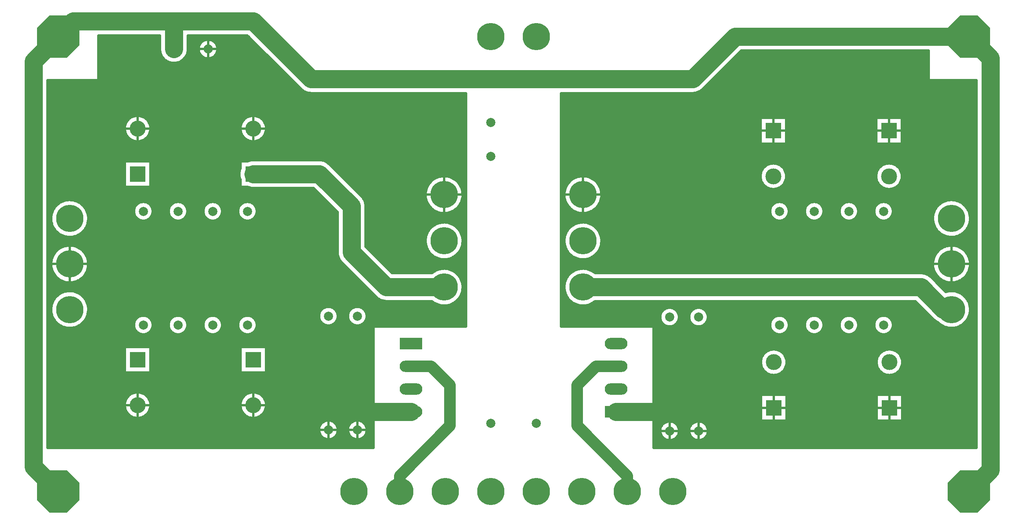
<source format=gbr>
G04 DipTrace 3.3.1.3*
G04 Bottom.gbr*
%MOMM*%
G04 #@! TF.FileFunction,Copper,L2,Bot*
G04 #@! TF.Part,Single*
%AMOUTLINE0*
4,1,8,
4.6194,1.91343,
4.6194,-1.91343,
1.91343,-4.6194,
-1.91343,-4.6194,
-4.6194,-1.91343,
-4.6194,1.91343,
-1.91343,4.6194,
1.91343,4.6194,
4.6194,1.91343,
0*%
G04 #@! TA.AperFunction,Conductor*
%ADD13C,4.0*%
G04 #@! TA.AperFunction,ComponentPad*
%ADD14C,2.0*%
G04 #@! TA.AperFunction,Conductor*
%ADD15C,2.5*%
G04 #@! TA.AperFunction,CopperBalancing*
%ADD16C,0.635*%
%ADD17C,0.5*%
G04 #@! TA.AperFunction,ComponentPad*
%ADD19C,6.0*%
%ADD20O,5.0X2.5*%
%ADD21R,5.0X2.5*%
%ADD22C,3.5*%
%ADD23R,3.5X3.5*%
%ADD43OUTLINE0*%
%FSLAX35Y35*%
G04*
G71*
G90*
G75*
G01*
G04 Bottom*
%LPD*%
X1922000Y1651500D2*
D13*
X1381000Y2192500D1*
Y11110500D1*
X1922000Y11651500D1*
X21922000D2*
X22397000Y11176500D1*
Y2126500D1*
X21922000Y1651500D1*
X1922000Y11651500D2*
X2256000Y11985500D1*
X3322000D1*
X6207000D1*
X7477000Y10715500D1*
X15859000D1*
X16795000Y11651500D1*
X21922000D1*
X4465000Y11376500D2*
Y11985500D1*
X3322000D1*
X9668000Y3401500D2*
X8620000D1*
X14176000D2*
X15224000D1*
X21541000Y5651500D2*
X21367500D1*
X20875500Y6143500D1*
X13446000D1*
X10398000D2*
X9128000D1*
X8366000Y6905500D1*
Y7921500D1*
X7658733Y8628767D1*
X6207000D1*
X9422000Y1651500D2*
D15*
Y1992500D1*
X10525000Y3095500D1*
Y3984500D1*
X10108000Y4401500D1*
X9668000D1*
X14422000Y1651500D2*
Y1992500D1*
X13319000Y3095500D1*
Y3984500D1*
X13736000Y4401500D1*
X14176000D1*
X2816127Y11639250D2*
D16*
X4144365D1*
X4785607D2*
X6102451D1*
X2816127Y11576083D2*
X4144365D1*
X4785607D2*
X5130654D1*
X5299396D2*
X6165615D1*
X2816127Y11512917D2*
X4144365D1*
X4785607D2*
X5043427D1*
X5386622D2*
X6228779D1*
X2816127Y11449750D2*
X4144365D1*
X4785607D2*
X5007242D1*
X5422716D2*
X6291943D1*
X2816127Y11386583D2*
X4144365D1*
X4785607D2*
X4994573D1*
X5435385D2*
X6355107D1*
X2816127Y11323417D2*
X4148831D1*
X4781140D2*
X5001045D1*
X5429005D2*
X6418271D1*
X16917755D2*
X21027854D1*
X2816127Y11260250D2*
X4166604D1*
X4763367D2*
X5028662D1*
X5401388D2*
X6481435D1*
X16854591D2*
X21027854D1*
X2816127Y11197083D2*
X4200602D1*
X4729370D2*
X5091461D1*
X5338497D2*
X6544599D1*
X16791427D2*
X21027854D1*
X2816127Y11133917D2*
X4258844D1*
X4671218D2*
X6607763D1*
X16728263D2*
X21027854D1*
X2816127Y11070750D2*
X4385901D1*
X4544161D2*
X6670927D1*
X16665099D2*
X21027854D1*
X2816127Y11007583D2*
X6734091D1*
X16601935D2*
X21027854D1*
X2816127Y10944417D2*
X6797255D1*
X16538771D2*
X21027854D1*
X2816127Y10881250D2*
X6860420D1*
X16475607D2*
X21027854D1*
X2816127Y10818083D2*
X6923584D1*
X16412442D2*
X21027854D1*
X2816127Y10754917D2*
X6986748D1*
X16349278D2*
X21027854D1*
X2805463Y10691750D2*
X7049912D1*
X16286114D2*
X21038610D1*
X1701596Y10628583D2*
X7113076D1*
X16222950D2*
X22076396D1*
X1701596Y10565417D2*
X7176240D1*
X16159695D2*
X22076396D1*
X1701596Y10502250D2*
X7239404D1*
X16096531D2*
X22076396D1*
X1701596Y10439083D2*
X7321071D1*
X16014955D2*
X22076396D1*
X1701596Y10375917D2*
X10867920D1*
X12976062D2*
X22076396D1*
X1701596Y10312750D2*
X10867920D1*
X12976062D2*
X22076396D1*
X1701596Y10249583D2*
X10867920D1*
X12976062D2*
X22076396D1*
X1701596Y10186417D2*
X10867920D1*
X12976062D2*
X22076396D1*
X1701596Y10123250D2*
X10867920D1*
X12976062D2*
X22076396D1*
X1701596Y10060083D2*
X10867920D1*
X12976062D2*
X22076396D1*
X1701596Y9996917D2*
X10867920D1*
X12976062D2*
X22076396D1*
X1701596Y9933750D2*
X10867920D1*
X12976062D2*
X22076396D1*
X1701596Y9870583D2*
X3501878D1*
X3832130D2*
X6041839D1*
X6372182D2*
X10867920D1*
X12976062D2*
X22076396D1*
X1701596Y9807417D2*
X3433154D1*
X3900854D2*
X5973115D1*
X6440906D2*
X10867920D1*
X12976062D2*
X17333349D1*
X17924643D2*
X19873401D1*
X20464604D2*
X22076396D1*
X1701596Y9744250D2*
X3395420D1*
X3938588D2*
X5935380D1*
X6478549D2*
X10867920D1*
X12976062D2*
X17333349D1*
X17924643D2*
X19873401D1*
X20464604D2*
X22076396D1*
X1701596Y9681083D2*
X3376097D1*
X3957911D2*
X5916149D1*
X6497872D2*
X10867920D1*
X12976062D2*
X17333349D1*
X17924643D2*
X19873401D1*
X20464604D2*
X22076396D1*
X1701596Y9617917D2*
X3371539D1*
X3962468D2*
X5911591D1*
X6502429D2*
X10867920D1*
X12976062D2*
X17333349D1*
X17924643D2*
X19873401D1*
X20464604D2*
X22076396D1*
X1701596Y9554750D2*
X3381018D1*
X3952989D2*
X5920979D1*
X6493041D2*
X10867920D1*
X12976062D2*
X17333349D1*
X17924643D2*
X19873401D1*
X20464604D2*
X22076396D1*
X1701596Y9491583D2*
X3405992D1*
X3928015D2*
X5945953D1*
X6468067D2*
X10867920D1*
X12976062D2*
X17333349D1*
X17924643D2*
X19873401D1*
X20464604D2*
X22076396D1*
X1701596Y9428417D2*
X3451930D1*
X3882078D2*
X5991982D1*
X6422039D2*
X10867920D1*
X12976062D2*
X17333349D1*
X17924643D2*
X19873401D1*
X20464604D2*
X22076396D1*
X1701596Y9365250D2*
X3541253D1*
X3792755D2*
X6081305D1*
X6332716D2*
X10867920D1*
X12976062D2*
X17333349D1*
X17924643D2*
X19873401D1*
X20464604D2*
X22076396D1*
X1701596Y9302083D2*
X10867920D1*
X12976062D2*
X17333349D1*
X17924643D2*
X19873401D1*
X20464604D2*
X22076396D1*
X1701596Y9238917D2*
X10867920D1*
X12976062D2*
X22076396D1*
X1701596Y9175750D2*
X10867920D1*
X12976062D2*
X22076396D1*
X1701596Y9112583D2*
X10867920D1*
X12976062D2*
X22076396D1*
X1701596Y9049417D2*
X10867920D1*
X12976062D2*
X22076396D1*
X1701596Y8986250D2*
X10867920D1*
X12976062D2*
X22076396D1*
X1701596Y8923083D2*
X6090420D1*
X7775372D2*
X10867920D1*
X12976062D2*
X22076396D1*
X1701596Y8859917D2*
X3371357D1*
X3962651D2*
X5911318D1*
X7878002D2*
X10867920D1*
X12976062D2*
X17547724D1*
X17710268D2*
X20087685D1*
X20250320D2*
X22076396D1*
X1701596Y8796750D2*
X3371357D1*
X3962651D2*
X5911318D1*
X7941531D2*
X10867920D1*
X12976062D2*
X17430511D1*
X17827482D2*
X19970472D1*
X20367534D2*
X22076396D1*
X1701596Y8733583D2*
X3371357D1*
X3962651D2*
X5904391D1*
X8004695D2*
X10867920D1*
X12976062D2*
X17377190D1*
X17880802D2*
X19917151D1*
X20420854D2*
X22076396D1*
X1701596Y8670417D2*
X3371357D1*
X3962651D2*
X5889170D1*
X8067950D2*
X10867920D1*
X12976062D2*
X17347659D1*
X17910333D2*
X19887711D1*
X20450294D2*
X22076396D1*
X1701596Y8607250D2*
X3371357D1*
X3962651D2*
X5887073D1*
X8131114D2*
X10867920D1*
X12976062D2*
X17334625D1*
X17923367D2*
X19874586D1*
X20463419D2*
X22076396D1*
X1701596Y8544083D2*
X3371357D1*
X3962651D2*
X5898011D1*
X8194278D2*
X10202464D1*
X10593510D2*
X10867920D1*
X12976062D2*
X13250472D1*
X13641518D2*
X17335628D1*
X17922364D2*
X19875680D1*
X20462325D2*
X22076396D1*
X1701596Y8480917D2*
X3371357D1*
X3962651D2*
X5911318D1*
X8257442D2*
X10111683D1*
X10684291D2*
X10867920D1*
X12976062D2*
X13159690D1*
X13732299D2*
X17351032D1*
X17906961D2*
X19891084D1*
X20446922D2*
X22076396D1*
X1701596Y8417750D2*
X3371357D1*
X3962651D2*
X5911318D1*
X8320607D2*
X10055537D1*
X10740437D2*
X10867920D1*
X12976062D2*
X13103545D1*
X13788445D2*
X17383479D1*
X17874513D2*
X19923440D1*
X20414474D2*
X22076396D1*
X1701596Y8354583D2*
X3371357D1*
X3962651D2*
X5911318D1*
X8383771D2*
X10018076D1*
X10777898D2*
X10867920D1*
X12976062D2*
X13066084D1*
X13825906D2*
X17441995D1*
X17816088D2*
X19981956D1*
X20356049D2*
X22076396D1*
X1701596Y8291417D2*
X7545289D1*
X8446935D2*
X9993922D1*
X10802052D2*
X10867920D1*
X12976062D2*
X13041930D1*
X13850060D2*
X17611709D1*
X17646313D2*
X20151761D1*
X20186302D2*
X22076396D1*
X1701596Y8228250D2*
X7608453D1*
X8510099D2*
X9980706D1*
X10815268D2*
X10867920D1*
X12976062D2*
X13028714D1*
X13863276D2*
X22076396D1*
X1701596Y8165083D2*
X7671617D1*
X8573263D2*
X9977516D1*
X10818549D2*
X10867920D1*
X12976062D2*
X13025524D1*
X13866466D2*
X22076396D1*
X1701596Y8101917D2*
X7734782D1*
X8629682D2*
X9983987D1*
X10812078D2*
X10867920D1*
X12976062D2*
X13031904D1*
X13860086D2*
X22076396D1*
X1701596Y8038750D2*
X2022399D1*
X2329591D2*
X7797946D1*
X8663953D2*
X10000576D1*
X10795398D2*
X10867920D1*
X12976062D2*
X13048584D1*
X13843406D2*
X21387425D1*
X21694526D2*
X22076396D1*
X1701596Y7975583D2*
X1911565D1*
X2440424D2*
X3650992D1*
X3936948D2*
X4413063D1*
X4699018D2*
X5175042D1*
X5460997D2*
X5937021D1*
X6222976D2*
X7861110D1*
X8681909D2*
X10028831D1*
X10767234D2*
X10867920D1*
X12976062D2*
X13076748D1*
X13815242D2*
X17621005D1*
X17906961D2*
X18382985D1*
X18668940D2*
X19145055D1*
X19431010D2*
X19907034D1*
X20192989D2*
X21276591D1*
X21805450D2*
X22076396D1*
X1701596Y7912417D2*
X1847854D1*
X2504135D2*
X3599130D1*
X3988810D2*
X4361110D1*
X4750880D2*
X5123180D1*
X5512859D2*
X5885159D1*
X6274838D2*
X7924274D1*
X8686648D2*
X10071578D1*
X10724396D2*
X10867920D1*
X12976062D2*
X13119586D1*
X13772403D2*
X17569143D1*
X17958823D2*
X18331123D1*
X18720893D2*
X19093193D1*
X19482872D2*
X19855172D1*
X20244851D2*
X21212880D1*
X21869161D2*
X22076396D1*
X1701596Y7849250D2*
X1805563D1*
X2546427D2*
X3576891D1*
X4011140D2*
X4338870D1*
X4773120D2*
X5100849D1*
X5535099D2*
X5862920D1*
X6297078D2*
X7987438D1*
X8686648D2*
X10136292D1*
X10659682D2*
X10867920D1*
X12976062D2*
X13184300D1*
X13707690D2*
X17546904D1*
X17981062D2*
X18308883D1*
X18743133D2*
X19070862D1*
X19505112D2*
X19832933D1*
X20267091D2*
X21170589D1*
X21911362D2*
X22076396D1*
X1701596Y7786083D2*
X1777854D1*
X2574135D2*
X3574795D1*
X4013237D2*
X4336774D1*
X4775216D2*
X5098753D1*
X5537286D2*
X5860732D1*
X6299265D2*
X8045315D1*
X8686648D2*
X10250224D1*
X10545750D2*
X10867920D1*
X12976062D2*
X13298232D1*
X13593758D2*
X17544716D1*
X17983250D2*
X18306787D1*
X18745229D2*
X19068766D1*
X19507208D2*
X19830745D1*
X20269278D2*
X21142789D1*
X21939161D2*
X22076396D1*
X1701596Y7722917D2*
X1761539D1*
X2590450D2*
X3592112D1*
X3995919D2*
X4354091D1*
X4757898D2*
X5116071D1*
X5519968D2*
X5878050D1*
X6281948D2*
X8045315D1*
X8686648D2*
X10867920D1*
X12976062D2*
X17562034D1*
X17965932D2*
X18324104D1*
X18727911D2*
X19086084D1*
X19489890D2*
X19848063D1*
X20251961D2*
X21126565D1*
X21955476D2*
X22076396D1*
X1701596Y7659750D2*
X1755433D1*
X2596557D2*
X3635315D1*
X3952625D2*
X4397386D1*
X4714604D2*
X5159365D1*
X5476674D2*
X5921344D1*
X6238653D2*
X8045315D1*
X8686648D2*
X10867920D1*
X12976062D2*
X17605328D1*
X17922638D2*
X18367308D1*
X18684617D2*
X19129378D1*
X19446687D2*
X19891357D1*
X20208666D2*
X21120459D1*
X21961583D2*
X22076396D1*
X1701596Y7596583D2*
X1758987D1*
X2593002D2*
X3775042D1*
X3813025D2*
X4537021D1*
X4574979D2*
X5299000D1*
X5337019D2*
X6060979D1*
X6098994D2*
X8045315D1*
X8686648D2*
X10867920D1*
X12976062D2*
X17744964D1*
X17783057D2*
X18507034D1*
X18545063D2*
X19269013D1*
X19307018D2*
X20030992D1*
X20069028D2*
X21124013D1*
X21958028D2*
X22076396D1*
X1701596Y7533417D2*
X1772568D1*
X2579422D2*
X8045315D1*
X8686648D2*
X10213219D1*
X10582755D2*
X10867920D1*
X12976062D2*
X13261227D1*
X13630763D2*
X21137503D1*
X21944448D2*
X22076396D1*
X1701596Y7470250D2*
X1797086D1*
X2554903D2*
X8045315D1*
X8686648D2*
X10117698D1*
X10678367D2*
X10867920D1*
X12976062D2*
X13165615D1*
X13726375D2*
X21162112D1*
X21919929D2*
X22076396D1*
X1701596Y7407083D2*
X1835185D1*
X2516896D2*
X8045315D1*
X8686648D2*
X10059456D1*
X10736518D2*
X10867920D1*
X12976062D2*
X13107464D1*
X13784526D2*
X21200120D1*
X21881830D2*
X22076396D1*
X1701596Y7343917D2*
X1892151D1*
X2459929D2*
X8045315D1*
X8686648D2*
X10020628D1*
X10775346D2*
X10867920D1*
X12976062D2*
X13068636D1*
X13823354D2*
X21257086D1*
X21824864D2*
X22076396D1*
X1701596Y7280750D2*
X1984755D1*
X2367234D2*
X8045315D1*
X8686648D2*
X9995472D1*
X10800502D2*
X10867920D1*
X12976062D2*
X13043479D1*
X13848510D2*
X21349782D1*
X21732260D2*
X22076396D1*
X1701596Y7217583D2*
X8045315D1*
X8686648D2*
X9981435D1*
X10814539D2*
X10867920D1*
X12976062D2*
X13029443D1*
X13862547D2*
X22076396D1*
X1701596Y7154417D2*
X8045315D1*
X8686648D2*
X9977425D1*
X10818640D2*
X10867920D1*
X12976062D2*
X13025433D1*
X13866648D2*
X22076396D1*
X1701596Y7091250D2*
X8045315D1*
X8686648D2*
X9982985D1*
X10812989D2*
X10867920D1*
X12976062D2*
X13030992D1*
X13860997D2*
X22076396D1*
X1701596Y7028083D2*
X1996969D1*
X2355021D2*
X8045315D1*
X8694213D2*
X9998753D1*
X10797221D2*
X10867920D1*
X12976062D2*
X13046761D1*
X13845229D2*
X21361995D1*
X21720047D2*
X22076396D1*
X1701596Y6964917D2*
X1898714D1*
X2453276D2*
X8045315D1*
X8757377D2*
X10025914D1*
X10770060D2*
X10867920D1*
X12976062D2*
X13073922D1*
X13818067D2*
X21263740D1*
X21818302D2*
X22076396D1*
X1701596Y6901750D2*
X1839469D1*
X2512521D2*
X8045407D1*
X8820541D2*
X10067295D1*
X10728679D2*
X10867920D1*
X12976062D2*
X13115302D1*
X13776687D2*
X21204495D1*
X21877547D2*
X22076396D1*
X1701596Y6838583D2*
X1800003D1*
X2551987D2*
X8052607D1*
X8883705D2*
X10129638D1*
X10666336D2*
X10867920D1*
X12976062D2*
X13177646D1*
X13714343D2*
X21165029D1*
X21917013D2*
X22076396D1*
X1701596Y6775417D2*
X1774300D1*
X2577690D2*
X8073571D1*
X8946870D2*
X10236370D1*
X10559604D2*
X10867920D1*
X12976062D2*
X13284378D1*
X13607612D2*
X21139326D1*
X21942716D2*
X22076396D1*
X1701596Y6712250D2*
X1759808D1*
X2592182D2*
X8111761D1*
X9010034D2*
X10867920D1*
X12976062D2*
X21124834D1*
X21957117D2*
X22076396D1*
X1701596Y6649083D2*
X1755341D1*
X2596648D2*
X8171552D1*
X9073198D2*
X10867920D1*
X12976062D2*
X21120367D1*
X21961674D2*
X22076396D1*
X1701596Y6585917D2*
X1760628D1*
X2591453D2*
X8234716D1*
X9136362D2*
X10867920D1*
X12976062D2*
X21125563D1*
X21956388D2*
X22076396D1*
X1701596Y6522750D2*
X1775849D1*
X2576140D2*
X8297972D1*
X9199617D2*
X10224886D1*
X10571088D2*
X10867920D1*
X12976062D2*
X13272893D1*
X13619096D2*
X21140875D1*
X21941166D2*
X22076396D1*
X1701596Y6459583D2*
X1802464D1*
X2549526D2*
X8361136D1*
X9262781D2*
X10123805D1*
X10672169D2*
X10867920D1*
X12976062D2*
X13171813D1*
X13720177D2*
X21167490D1*
X21914552D2*
X22076396D1*
X1701596Y6396417D2*
X1843206D1*
X2508784D2*
X8424300D1*
X10732508D2*
X10867920D1*
X12976062D2*
X13111565D1*
X21068445D2*
X21208232D1*
X21873810D2*
X22076396D1*
X1701596Y6333250D2*
X1904365D1*
X2447625D2*
X8487464D1*
X10772612D2*
X10867920D1*
X12976062D2*
X13071370D1*
X21136531D2*
X21269391D1*
X21812560D2*
X22076396D1*
X1701596Y6270083D2*
X2007907D1*
X2344083D2*
X8550628D1*
X10798862D2*
X10867920D1*
X12976062D2*
X13045211D1*
X21199695D2*
X21372933D1*
X21709109D2*
X22076396D1*
X1701596Y6206917D2*
X8613792D1*
X10813718D2*
X10867920D1*
X12976062D2*
X13030263D1*
X21262950D2*
X22076396D1*
X1701596Y6143750D2*
X8676956D1*
X10818640D2*
X10867920D1*
X12976062D2*
X13025341D1*
X21326114D2*
X22076396D1*
X1701596Y6080583D2*
X8740120D1*
X10813810D2*
X10867920D1*
X12976062D2*
X13030172D1*
X21389278D2*
X22076396D1*
X1701596Y6017417D2*
X1975367D1*
X2376622D2*
X8803284D1*
X10798953D2*
X10867920D1*
X12976062D2*
X13045029D1*
X21741648D2*
X22076396D1*
X1701596Y5954250D2*
X1886865D1*
X2465125D2*
X8866448D1*
X10772885D2*
X10867920D1*
X12976062D2*
X13071097D1*
X21830151D2*
X22076396D1*
X1701596Y5891083D2*
X1831630D1*
X2520359D2*
X8934352D1*
X10732872D2*
X10867920D1*
X12976062D2*
X13111110D1*
X21885294D2*
X22076396D1*
X1701596Y5827917D2*
X1794808D1*
X2557182D2*
X10123258D1*
X10672716D2*
X10867920D1*
X12976062D2*
X13171266D1*
X13720724D2*
X20740289D1*
X21922208D2*
X22076396D1*
X1701596Y5764750D2*
X1771110D1*
X2580880D2*
X10223792D1*
X10572273D2*
X10867920D1*
X12976062D2*
X13271800D1*
X13620190D2*
X20803453D1*
X21945906D2*
X22076396D1*
X1701596Y5701583D2*
X1758440D1*
X2593640D2*
X7767503D1*
X7948458D2*
X8402516D1*
X8583471D2*
X10867920D1*
X12976062D2*
X20866617D1*
X21958575D2*
X22076396D1*
X1701596Y5638417D2*
X1755524D1*
X2596466D2*
X7684378D1*
X8031674D2*
X8319391D1*
X8666687D2*
X10867920D1*
X12976062D2*
X15195524D1*
X15506453D2*
X15830537D1*
X16141466D2*
X20929782D1*
X21961401D2*
X22076396D1*
X1701596Y5575250D2*
X1762451D1*
X2589539D2*
X7649378D1*
X8066583D2*
X8284391D1*
X8701596D2*
X10867920D1*
X12976062D2*
X15150498D1*
X15551479D2*
X15785511D1*
X16186492D2*
X20992946D1*
X21954565D2*
X22076396D1*
X1701596Y5512083D2*
X1779495D1*
X2572495D2*
X3714977D1*
X3873054D2*
X4476956D1*
X4635034D2*
X5238935D1*
X5397013D2*
X6000914D1*
X6159083D2*
X7637529D1*
X8078523D2*
X8272451D1*
X8713536D2*
X10867920D1*
X12976062D2*
X15132177D1*
X15569890D2*
X15767099D1*
X16204812D2*
X17684990D1*
X17843067D2*
X18446969D1*
X18605047D2*
X19208948D1*
X19367026D2*
X19970927D1*
X20129005D2*
X21056110D1*
X21937521D2*
X22076396D1*
X1701596Y5448917D2*
X1808297D1*
X2543692D2*
X3624104D1*
X3963927D2*
X4386084D1*
X4725906D2*
X5148063D1*
X5487976D2*
X5910042D1*
X6249955D2*
X7644729D1*
X8071323D2*
X8279651D1*
X8706336D2*
X10867920D1*
X12976062D2*
X15133362D1*
X15568705D2*
X15768375D1*
X16203627D2*
X17594026D1*
X17933940D2*
X18356097D1*
X18695919D2*
X19118076D1*
X19457898D2*
X19880055D1*
X20219968D2*
X21119274D1*
X21908718D2*
X22076396D1*
X1701596Y5385750D2*
X1851865D1*
X2500216D2*
X3587008D1*
X4001023D2*
X4348987D1*
X4763002D2*
X5110966D1*
X5524982D2*
X5873037D1*
X6286961D2*
X7673258D1*
X8042703D2*
X8308271D1*
X8677716D2*
X10867920D1*
X12976062D2*
X15154508D1*
X15547560D2*
X15789430D1*
X16182573D2*
X17557021D1*
X17971036D2*
X18319000D1*
X18733015D2*
X19080979D1*
X19494995D2*
X19843050D1*
X20256974D2*
X21193375D1*
X21865151D2*
X22076396D1*
X1701596Y5322583D2*
X1917763D1*
X2434226D2*
X3573701D1*
X4014330D2*
X4335680D1*
X4776310D2*
X5097659D1*
X5538289D2*
X5859729D1*
X6300268D2*
X7738427D1*
X7977625D2*
X8373440D1*
X8612638D2*
X10867920D1*
X12976062D2*
X15204274D1*
X15497703D2*
X15839287D1*
X16132716D2*
X17543714D1*
X17984343D2*
X18305693D1*
X18746323D2*
X19067672D1*
X19508302D2*
X19829742D1*
X20270281D2*
X21282789D1*
X21799252D2*
X22076396D1*
X1701596Y5259417D2*
X2035797D1*
X2316192D2*
X3579534D1*
X4008497D2*
X4341513D1*
X4770476D2*
X5103492D1*
X5532455D2*
X5865563D1*
X6294435D2*
X8836279D1*
X15007703D2*
X17549547D1*
X17978419D2*
X18311526D1*
X18740489D2*
X19073505D1*
X19502468D2*
X19835576D1*
X20264448D2*
X21400823D1*
X21681127D2*
X22076396D1*
X1701596Y5196250D2*
X3606331D1*
X3981609D2*
X4368401D1*
X4743679D2*
X5130380D1*
X5505659D2*
X5892360D1*
X6267638D2*
X8835914D1*
X15008067D2*
X17576344D1*
X17951622D2*
X18338323D1*
X18713601D2*
X19100393D1*
X19475672D2*
X19862373D1*
X20237651D2*
X22076396D1*
X1701596Y5133083D2*
X3667490D1*
X3920541D2*
X4429469D1*
X4682521D2*
X5191448D1*
X5444500D2*
X5953427D1*
X6206570D2*
X8835914D1*
X15008067D2*
X17637503D1*
X17890554D2*
X18399482D1*
X18652534D2*
X19161461D1*
X19414513D2*
X19923440D1*
X20176492D2*
X22076396D1*
X1701596Y5069917D2*
X8835914D1*
X15008067D2*
X22076396D1*
X1701596Y5006750D2*
X8835914D1*
X15008067D2*
X22076396D1*
X1701596Y4943583D2*
X8835914D1*
X15008067D2*
X22076396D1*
X1701596Y4880417D2*
X8835914D1*
X15008067D2*
X22076396D1*
X1701596Y4817250D2*
X3371357D1*
X3962651D2*
X5911318D1*
X6502612D2*
X8835914D1*
X15008067D2*
X22076396D1*
X1701596Y4754083D2*
X3371357D1*
X3962651D2*
X5911318D1*
X6502612D2*
X8835914D1*
X15008067D2*
X17507073D1*
X17766870D2*
X20047125D1*
X20306922D2*
X22076396D1*
X1701596Y4690917D2*
X3371357D1*
X3962651D2*
X5911318D1*
X6502612D2*
X8835914D1*
X15008067D2*
X17420120D1*
X17853914D2*
X19960172D1*
X20393875D2*
X22076396D1*
X1701596Y4627750D2*
X3371357D1*
X3962651D2*
X5911318D1*
X6502612D2*
X8835914D1*
X15008067D2*
X17374912D1*
X17899122D2*
X19914964D1*
X20439083D2*
X22076396D1*
X1701596Y4564583D2*
X3371357D1*
X3962651D2*
X5911318D1*
X6502612D2*
X8835914D1*
X15008067D2*
X17350485D1*
X17923549D2*
X19890446D1*
X20463510D2*
X22076396D1*
X1701596Y4501417D2*
X3371357D1*
X3962651D2*
X5911318D1*
X6502612D2*
X8835914D1*
X15008067D2*
X17341461D1*
X17932482D2*
X19881513D1*
X20472534D2*
X22076396D1*
X1701596Y4438250D2*
X3371357D1*
X3962651D2*
X5911318D1*
X6502612D2*
X8835914D1*
X15008067D2*
X17346474D1*
X17927468D2*
X19886526D1*
X20467521D2*
X22076396D1*
X1701596Y4375083D2*
X3371357D1*
X3962651D2*
X5911318D1*
X6502612D2*
X8835914D1*
X15008067D2*
X17366253D1*
X17907781D2*
X19906305D1*
X20447742D2*
X22076396D1*
X1701596Y4311917D2*
X3371357D1*
X3962651D2*
X5911318D1*
X6502612D2*
X8835914D1*
X15008067D2*
X17404625D1*
X17869317D2*
X19944677D1*
X20409370D2*
X22076396D1*
X1701596Y4248750D2*
X8835914D1*
X15008067D2*
X17474808D1*
X17799135D2*
X20014860D1*
X20339187D2*
X22076396D1*
X1701596Y4185583D2*
X8835914D1*
X15008067D2*
X22076396D1*
X1701596Y4122417D2*
X8835914D1*
X15008067D2*
X22076396D1*
X1701596Y4059250D2*
X8835914D1*
X15008067D2*
X22076396D1*
X1701596Y3996083D2*
X8835914D1*
X15008067D2*
X22076396D1*
X1701596Y3932917D2*
X8835914D1*
X15008067D2*
X22076396D1*
X1701596Y3869750D2*
X8835914D1*
X15008067D2*
X22076396D1*
X1701596Y3806583D2*
X3529404D1*
X3804604D2*
X6069456D1*
X6344565D2*
X8835914D1*
X15008067D2*
X22076396D1*
X1701596Y3743417D2*
X3446643D1*
X3887364D2*
X5986604D1*
X6427325D2*
X8835914D1*
X15008067D2*
X17341370D1*
X17932664D2*
X19881331D1*
X20472625D2*
X22076396D1*
X1701596Y3680250D2*
X3402985D1*
X3931023D2*
X5942946D1*
X6471075D2*
X8835914D1*
X15008067D2*
X17341370D1*
X17932664D2*
X19881331D1*
X20472625D2*
X22076396D1*
X1701596Y3617083D2*
X3379560D1*
X3954448D2*
X5919521D1*
X6494500D2*
X8835914D1*
X15008067D2*
X17341370D1*
X17932664D2*
X19881331D1*
X20472625D2*
X22076396D1*
X1701596Y3553917D2*
X3371448D1*
X3962560D2*
X5911409D1*
X6502612D2*
X8835914D1*
X15008067D2*
X17341370D1*
X17932664D2*
X19881331D1*
X20472625D2*
X22076396D1*
X1701596Y3490750D2*
X3377282D1*
X3956726D2*
X5917242D1*
X6496778D2*
X8835914D1*
X15008067D2*
X17341370D1*
X17932664D2*
X19881331D1*
X20472625D2*
X22076396D1*
X1701596Y3427583D2*
X3397972D1*
X3936036D2*
X5937933D1*
X6475997D2*
X8835914D1*
X15008067D2*
X17341370D1*
X17932664D2*
X19881331D1*
X20472625D2*
X22076396D1*
X1701596Y3364417D2*
X3437711D1*
X3896297D2*
X5977672D1*
X6436258D2*
X8835914D1*
X15008067D2*
X17341370D1*
X17932664D2*
X19881331D1*
X20472625D2*
X22076396D1*
X1701596Y3301250D2*
X3510901D1*
X3823107D2*
X6050862D1*
X6363067D2*
X8835914D1*
X15008067D2*
X17341370D1*
X17932664D2*
X19881331D1*
X20472625D2*
X22076396D1*
X1701596Y3238083D2*
X8835914D1*
X15008067D2*
X17341370D1*
X17932664D2*
X19881331D1*
X20472625D2*
X22076396D1*
X1701596Y3174917D2*
X7721748D1*
X7994304D2*
X8356761D1*
X8629226D2*
X8835914D1*
X15008067D2*
X15246383D1*
X15455685D2*
X15881396D1*
X16090607D2*
X22076396D1*
X1701596Y3111750D2*
X7666149D1*
X8049903D2*
X8301162D1*
X8684825D2*
X8835914D1*
X15008067D2*
X15172190D1*
X15529786D2*
X15807203D1*
X16164799D2*
X22076396D1*
X1701596Y3048583D2*
X7641904D1*
X8074057D2*
X8276917D1*
X8709070D2*
X8835914D1*
X15008067D2*
X15140198D1*
X15561870D2*
X15775211D1*
X16196791D2*
X22076396D1*
X1701596Y2985417D2*
X7638167D1*
X8077794D2*
X8273180D1*
X8712807D2*
X8835914D1*
X15008067D2*
X15130354D1*
X15571622D2*
X15765367D1*
X16206635D2*
X22076396D1*
X1701596Y2922250D2*
X7653753D1*
X8062208D2*
X8288766D1*
X8697221D2*
X8835914D1*
X15008067D2*
X15139560D1*
X15562416D2*
X15774573D1*
X16197429D2*
X22076396D1*
X1701596Y2859083D2*
X7694222D1*
X8021739D2*
X8329235D1*
X8656752D2*
X8835914D1*
X15008067D2*
X15170914D1*
X15531062D2*
X15805927D1*
X16166075D2*
X22076396D1*
X1701596Y2795917D2*
X7802503D1*
X7913458D2*
X8437516D1*
X8548471D2*
X8835914D1*
X15008067D2*
X15242920D1*
X15459148D2*
X15877841D1*
X16094161D2*
X22076396D1*
X1701596Y2732750D2*
X8835914D1*
X15008067D2*
X22076396D1*
X1701596Y2669583D2*
X8835914D1*
X15008067D2*
X22076396D1*
X3956252Y3544100D2*
X3954448Y3516169D1*
X3949952Y3488544D1*
X3942808Y3461482D1*
X3933082Y3435237D1*
X3920865Y3410055D1*
X3906272Y3386171D1*
X3889440Y3363809D1*
X3870525Y3343179D1*
X3849705Y3324473D1*
X3827174Y3307867D1*
X3803145Y3293515D1*
X3777841Y3281553D1*
X3751499Y3272092D1*
X3724366Y3265222D1*
X3696697Y3261005D1*
X3668749Y3259482D1*
X3640785Y3260667D1*
X3613066Y3264549D1*
X3585853Y3271091D1*
X3559399Y3280232D1*
X3533952Y3291888D1*
X3509750Y3305947D1*
X3487021Y3322280D1*
X3465976Y3340733D1*
X3446813Y3361133D1*
X3429711Y3383290D1*
X3414830Y3406995D1*
X3402310Y3432028D1*
X3392268Y3458153D1*
X3384797Y3485127D1*
X3379968Y3512696D1*
X3377825Y3540603D1*
X3378390Y3568586D1*
X3381656Y3596384D1*
X3387593Y3623736D1*
X3396146Y3650387D1*
X3407234Y3676086D1*
X3420753Y3700593D1*
X3436578Y3723679D1*
X3454560Y3745128D1*
X3474530Y3764739D1*
X3496302Y3782328D1*
X3519671Y3797730D1*
X3544420Y3810803D1*
X3570316Y3821422D1*
X3597118Y3829489D1*
X3624573Y3834929D1*
X3652426Y3837689D1*
X3680415Y3837745D1*
X3708278Y3835097D1*
X3735755Y3829767D1*
X3762589Y3821808D1*
X3788527Y3811292D1*
X3813329Y3798320D1*
X3836760Y3783011D1*
X3858602Y3765509D1*
X3878651Y3745979D1*
X3896718Y3724602D1*
X3912636Y3701580D1*
X3926253Y3677127D1*
X3937444Y3651473D1*
X3946104Y3624857D1*
X3952151Y3597529D1*
X3955528Y3569744D1*
X3956252Y3544100D1*
X3401043Y4838057D2*
X3956290D1*
Y4259477D1*
X3377710D1*
Y4838057D1*
X3401043D1*
X6496252Y3544100D2*
X6494448Y3516169D1*
X6489952Y3488544D1*
X6482808Y3461482D1*
X6473082Y3435237D1*
X6460865Y3410055D1*
X6446272Y3386171D1*
X6429440Y3363809D1*
X6410525Y3343179D1*
X6389705Y3324473D1*
X6367174Y3307867D1*
X6343145Y3293515D1*
X6317841Y3281553D1*
X6291499Y3272092D1*
X6264366Y3265222D1*
X6236697Y3261005D1*
X6208749Y3259482D1*
X6180785Y3260667D1*
X6153066Y3264549D1*
X6125853Y3271091D1*
X6099399Y3280232D1*
X6073952Y3291888D1*
X6049750Y3305947D1*
X6027021Y3322280D1*
X6005976Y3340733D1*
X5986813Y3361133D1*
X5969711Y3383290D1*
X5954830Y3406995D1*
X5942310Y3432028D1*
X5932268Y3458153D1*
X5924797Y3485127D1*
X5919968Y3512696D1*
X5917825Y3540603D1*
X5918390Y3568586D1*
X5921656Y3596384D1*
X5927593Y3623736D1*
X5936146Y3650387D1*
X5947234Y3676086D1*
X5960753Y3700593D1*
X5976578Y3723679D1*
X5994560Y3745128D1*
X6014530Y3764739D1*
X6036302Y3782328D1*
X6059671Y3797730D1*
X6084420Y3810803D1*
X6110316Y3821422D1*
X6137118Y3829489D1*
X6164573Y3834929D1*
X6192426Y3837689D1*
X6220415Y3837745D1*
X6248278Y3835097D1*
X6275755Y3829767D1*
X6302589Y3821808D1*
X6328527Y3811292D1*
X6353329Y3798320D1*
X6376760Y3783011D1*
X6398602Y3765509D1*
X6418651Y3745979D1*
X6436718Y3724602D1*
X6452636Y3701580D1*
X6466253Y3677127D1*
X6477444Y3651473D1*
X6486104Y3624857D1*
X6492151Y3597529D1*
X6495528Y3569744D1*
X6496252Y3544100D1*
X5941043Y4838057D2*
X6496290D1*
Y4259477D1*
X5917710D1*
Y4838057D1*
X5941043D1*
X3956252Y9624100D2*
X3954448Y9596169D1*
X3949952Y9568544D1*
X3942808Y9541482D1*
X3933082Y9515237D1*
X3920865Y9490055D1*
X3906272Y9466171D1*
X3889440Y9443809D1*
X3870525Y9423179D1*
X3849705Y9404473D1*
X3827174Y9387867D1*
X3803145Y9373515D1*
X3777841Y9361553D1*
X3751499Y9352092D1*
X3724366Y9345222D1*
X3696697Y9341005D1*
X3668749Y9339482D1*
X3640785Y9340667D1*
X3613066Y9344549D1*
X3585853Y9351091D1*
X3559399Y9360232D1*
X3533952Y9371888D1*
X3509750Y9385947D1*
X3487021Y9402280D1*
X3465976Y9420733D1*
X3446813Y9441133D1*
X3429711Y9463290D1*
X3414830Y9486995D1*
X3402310Y9512028D1*
X3392268Y9538153D1*
X3384797Y9565127D1*
X3379968Y9592696D1*
X3377825Y9620603D1*
X3378390Y9648586D1*
X3381656Y9676384D1*
X3387593Y9703736D1*
X3396146Y9730387D1*
X3407234Y9756086D1*
X3420753Y9780593D1*
X3436578Y9803679D1*
X3454560Y9825128D1*
X3474530Y9844739D1*
X3496302Y9862328D1*
X3519671Y9877730D1*
X3544420Y9890803D1*
X3570316Y9901422D1*
X3597118Y9909489D1*
X3624573Y9914929D1*
X3652426Y9917689D1*
X3680415Y9917745D1*
X3708278Y9915097D1*
X3735755Y9909767D1*
X3762589Y9901808D1*
X3788527Y9891292D1*
X3813329Y9878320D1*
X3836760Y9863011D1*
X3858602Y9845509D1*
X3878651Y9825979D1*
X3896718Y9804602D1*
X3912636Y9781580D1*
X3926253Y9757127D1*
X3937444Y9731473D1*
X3946104Y9704857D1*
X3952151Y9677529D1*
X3955528Y9649744D1*
X3956252Y9624100D1*
X3401043Y8918057D2*
X3956290D1*
Y8339477D1*
X3377710D1*
Y8918057D1*
X3401043D1*
X6496252Y9624100D2*
X6494448Y9596169D1*
X6489952Y9568544D1*
X6482808Y9541482D1*
X6473082Y9515237D1*
X6460865Y9490055D1*
X6446272Y9466171D1*
X6429440Y9443809D1*
X6410525Y9423179D1*
X6389705Y9404473D1*
X6367174Y9387867D1*
X6343145Y9373515D1*
X6317841Y9361553D1*
X6291499Y9352092D1*
X6264366Y9345222D1*
X6236697Y9341005D1*
X6208749Y9339482D1*
X6180785Y9340667D1*
X6153066Y9344549D1*
X6125853Y9351091D1*
X6099399Y9360232D1*
X6073952Y9371888D1*
X6049750Y9385947D1*
X6027021Y9402280D1*
X6005976Y9420733D1*
X5986813Y9441133D1*
X5969711Y9463290D1*
X5954830Y9486995D1*
X5942310Y9512028D1*
X5932268Y9538153D1*
X5924797Y9565127D1*
X5919968Y9592696D1*
X5917825Y9620603D1*
X5918390Y9648586D1*
X5921656Y9676384D1*
X5927593Y9703736D1*
X5936146Y9730387D1*
X5947234Y9756086D1*
X5960753Y9780593D1*
X5976578Y9803679D1*
X5994560Y9825128D1*
X6014530Y9844739D1*
X6036302Y9862328D1*
X6059671Y9877730D1*
X6084420Y9890803D1*
X6110316Y9901422D1*
X6137118Y9909489D1*
X6164573Y9914929D1*
X6192426Y9917689D1*
X6220415Y9917745D1*
X6248278Y9915097D1*
X6275755Y9909767D1*
X6302589Y9901808D1*
X6328527Y9891292D1*
X6353329Y9878320D1*
X6376760Y9863011D1*
X6398602Y9845509D1*
X6418651Y9825979D1*
X6436718Y9804602D1*
X6452636Y9781580D1*
X6466253Y9757127D1*
X6477444Y9731473D1*
X6486104Y9704857D1*
X6492151Y9677529D1*
X6495528Y9649744D1*
X6496252Y9624100D1*
X17925398Y4469803D2*
X17922728Y4447245D1*
X17918297Y4424967D1*
X17912131Y4403104D1*
X17904269Y4381794D1*
X17894759Y4361165D1*
X17883660Y4341346D1*
X17871041Y4322460D1*
X17856978Y4304621D1*
X17841559Y4287941D1*
X17824879Y4272522D1*
X17807040Y4258459D1*
X17788154Y4245840D1*
X17768335Y4234741D1*
X17747706Y4225231D1*
X17726396Y4217369D1*
X17704533Y4211203D1*
X17682255Y4206772D1*
X17659697Y4204102D1*
X17637000Y4203210D1*
X17614303Y4204102D1*
X17591745Y4206772D1*
X17569467Y4211203D1*
X17547604Y4217369D1*
X17526294Y4225231D1*
X17505665Y4234741D1*
X17485846Y4245840D1*
X17466960Y4258459D1*
X17449121Y4272522D1*
X17432441Y4287941D1*
X17417022Y4304621D1*
X17402959Y4322460D1*
X17390340Y4341346D1*
X17379241Y4361165D1*
X17369731Y4381794D1*
X17361869Y4403104D1*
X17355703Y4424967D1*
X17351272Y4447245D1*
X17348602Y4469803D1*
X17347710Y4492500D1*
X17348602Y4515197D1*
X17351272Y4537755D1*
X17355703Y4560033D1*
X17361869Y4581896D1*
X17369731Y4603206D1*
X17379241Y4623835D1*
X17390340Y4643654D1*
X17402959Y4662540D1*
X17417022Y4680379D1*
X17432441Y4697059D1*
X17449121Y4712478D1*
X17466960Y4726541D1*
X17485846Y4739160D1*
X17505665Y4750259D1*
X17526294Y4759769D1*
X17547604Y4767631D1*
X17569467Y4773797D1*
X17591745Y4778228D1*
X17614303Y4780898D1*
X17637000Y4781790D1*
X17659697Y4780898D1*
X17682255Y4778228D1*
X17704533Y4773797D1*
X17726396Y4767631D1*
X17747706Y4759769D1*
X17768335Y4750259D1*
X17788154Y4739160D1*
X17807040Y4726541D1*
X17824879Y4712478D1*
X17841559Y4697059D1*
X17856978Y4680379D1*
X17871041Y4662540D1*
X17883660Y4643654D1*
X17894759Y4623835D1*
X17904269Y4603206D1*
X17912131Y4581896D1*
X17918297Y4560033D1*
X17922728Y4537755D1*
X17925398Y4515197D1*
X17926290Y4492500D1*
X17925398Y4469803D1*
X17352377Y3781790D2*
X17926290D1*
Y3203210D1*
X17347710D1*
Y3781790D1*
X17352377D1*
X20465398Y4469803D2*
X20462728Y4447245D1*
X20458297Y4424967D1*
X20452131Y4403104D1*
X20444269Y4381794D1*
X20434759Y4361165D1*
X20423660Y4341346D1*
X20411041Y4322460D1*
X20396978Y4304621D1*
X20381559Y4287941D1*
X20364879Y4272522D1*
X20347040Y4258459D1*
X20328154Y4245840D1*
X20308335Y4234741D1*
X20287706Y4225231D1*
X20266396Y4217369D1*
X20244533Y4211203D1*
X20222255Y4206772D1*
X20199697Y4204102D1*
X20177000Y4203210D1*
X20154303Y4204102D1*
X20131745Y4206772D1*
X20109467Y4211203D1*
X20087604Y4217369D1*
X20066294Y4225231D1*
X20045665Y4234741D1*
X20025846Y4245840D1*
X20006960Y4258459D1*
X19989121Y4272522D1*
X19972441Y4287941D1*
X19957022Y4304621D1*
X19942959Y4322460D1*
X19930340Y4341346D1*
X19919241Y4361165D1*
X19909731Y4381794D1*
X19901869Y4403104D1*
X19895703Y4424967D1*
X19891272Y4447245D1*
X19888602Y4469803D1*
X19887710Y4492500D1*
X19888602Y4515197D1*
X19891272Y4537755D1*
X19895703Y4560033D1*
X19901869Y4581896D1*
X19909731Y4603206D1*
X19919241Y4623835D1*
X19930340Y4643654D1*
X19942959Y4662540D1*
X19957022Y4680379D1*
X19972441Y4697059D1*
X19989121Y4712478D1*
X20006960Y4726541D1*
X20025846Y4739160D1*
X20045665Y4750259D1*
X20066294Y4759769D1*
X20087604Y4767631D1*
X20109467Y4773797D1*
X20131745Y4778228D1*
X20154303Y4780898D1*
X20177000Y4781790D1*
X20199697Y4780898D1*
X20222255Y4778228D1*
X20244533Y4773797D1*
X20266396Y4767631D1*
X20287706Y4759769D1*
X20308335Y4750259D1*
X20328154Y4739160D1*
X20347040Y4726541D1*
X20364879Y4712478D1*
X20381559Y4697059D1*
X20396978Y4680379D1*
X20411041Y4662540D1*
X20423660Y4643654D1*
X20434759Y4623835D1*
X20444269Y4603206D1*
X20452131Y4581896D1*
X20458297Y4560033D1*
X20462728Y4537755D1*
X20465398Y4515197D1*
X20466290Y4492500D1*
X20465398Y4469803D1*
X19892377Y3781790D2*
X20466290D1*
Y3203210D1*
X19887710D1*
Y3781790D1*
X19892377D1*
X17917398Y8557803D2*
X17914728Y8535245D1*
X17910297Y8512967D1*
X17904131Y8491104D1*
X17896269Y8469794D1*
X17886759Y8449165D1*
X17875660Y8429346D1*
X17863041Y8410460D1*
X17848978Y8392621D1*
X17833559Y8375941D1*
X17816879Y8360522D1*
X17799040Y8346459D1*
X17780154Y8333840D1*
X17760335Y8322741D1*
X17739706Y8313231D1*
X17718396Y8305369D1*
X17696533Y8299203D1*
X17674255Y8294772D1*
X17651697Y8292102D1*
X17629000Y8291210D1*
X17606303Y8292102D1*
X17583745Y8294772D1*
X17561467Y8299203D1*
X17539604Y8305369D1*
X17518294Y8313231D1*
X17497665Y8322741D1*
X17477846Y8333840D1*
X17458960Y8346459D1*
X17441121Y8360522D1*
X17424441Y8375941D1*
X17409022Y8392621D1*
X17394959Y8410460D1*
X17382340Y8429346D1*
X17371241Y8449165D1*
X17361731Y8469794D1*
X17353869Y8491104D1*
X17347703Y8512967D1*
X17343272Y8535245D1*
X17340602Y8557803D1*
X17339710Y8580500D1*
X17340602Y8603197D1*
X17343272Y8625755D1*
X17347703Y8648033D1*
X17353869Y8669896D1*
X17361731Y8691206D1*
X17371241Y8711835D1*
X17382340Y8731654D1*
X17394959Y8750540D1*
X17409022Y8768379D1*
X17424441Y8785059D1*
X17441121Y8800478D1*
X17458960Y8814541D1*
X17477846Y8827160D1*
X17497665Y8838259D1*
X17518294Y8847769D1*
X17539604Y8855631D1*
X17561467Y8861797D1*
X17583745Y8866228D1*
X17606303Y8868898D1*
X17629000Y8869790D1*
X17651697Y8868898D1*
X17674255Y8866228D1*
X17696533Y8861797D1*
X17718396Y8855631D1*
X17739706Y8847769D1*
X17760335Y8838259D1*
X17780154Y8827160D1*
X17799040Y8814541D1*
X17816879Y8800478D1*
X17833559Y8785059D1*
X17848978Y8768379D1*
X17863041Y8750540D1*
X17875660Y8731654D1*
X17886759Y8711835D1*
X17896269Y8691206D1*
X17904131Y8669896D1*
X17910297Y8648033D1*
X17914728Y8625755D1*
X17917398Y8603197D1*
X17918290Y8580500D1*
X17917398Y8557803D1*
X17344377Y9869790D2*
X17918290D1*
Y9291210D1*
X17339710D1*
Y9869790D1*
X17344377D1*
X20457398Y8557803D2*
X20454728Y8535245D1*
X20450297Y8512967D1*
X20444131Y8491104D1*
X20436269Y8469794D1*
X20426759Y8449165D1*
X20415660Y8429346D1*
X20403041Y8410460D1*
X20388978Y8392621D1*
X20373559Y8375941D1*
X20356879Y8360522D1*
X20339040Y8346459D1*
X20320154Y8333840D1*
X20300335Y8322741D1*
X20279706Y8313231D1*
X20258396Y8305369D1*
X20236533Y8299203D1*
X20214255Y8294772D1*
X20191697Y8292102D1*
X20169000Y8291210D1*
X20146303Y8292102D1*
X20123745Y8294772D1*
X20101467Y8299203D1*
X20079604Y8305369D1*
X20058294Y8313231D1*
X20037665Y8322741D1*
X20017846Y8333840D1*
X19998960Y8346459D1*
X19981121Y8360522D1*
X19964441Y8375941D1*
X19949022Y8392621D1*
X19934959Y8410460D1*
X19922340Y8429346D1*
X19911241Y8449165D1*
X19901731Y8469794D1*
X19893869Y8491104D1*
X19887703Y8512967D1*
X19883272Y8535245D1*
X19880602Y8557803D1*
X19879710Y8580500D1*
X19880602Y8603197D1*
X19883272Y8625755D1*
X19887703Y8648033D1*
X19893869Y8669896D1*
X19901731Y8691206D1*
X19911241Y8711835D1*
X19922340Y8731654D1*
X19934959Y8750540D1*
X19949022Y8768379D1*
X19964441Y8785059D1*
X19981121Y8800478D1*
X19998960Y8814541D1*
X20017846Y8827160D1*
X20037665Y8838259D1*
X20058294Y8847769D1*
X20079604Y8855631D1*
X20101467Y8861797D1*
X20123745Y8866228D1*
X20146303Y8868898D1*
X20169000Y8869790D1*
X20191697Y8868898D1*
X20214255Y8866228D1*
X20236533Y8861797D1*
X20258396Y8855631D1*
X20279706Y8847769D1*
X20300335Y8838259D1*
X20320154Y8827160D1*
X20339040Y8814541D1*
X20356879Y8800478D1*
X20373559Y8785059D1*
X20388978Y8768379D1*
X20403041Y8750540D1*
X20415660Y8731654D1*
X20426759Y8711835D1*
X20436269Y8691206D1*
X20444131Y8669896D1*
X20450297Y8648033D1*
X20454728Y8625755D1*
X20457398Y8603197D1*
X20458290Y8580500D1*
X20457398Y8557803D1*
X19884377Y9869790D2*
X20458290D1*
Y9291210D1*
X19879710D1*
Y9869790D1*
X19884377D1*
X10811633Y7136179D2*
X10809664Y7112932D1*
X10806390Y7089833D1*
X10801821Y7066954D1*
X10795971Y7044369D1*
X10788859Y7022149D1*
X10780508Y7000365D1*
X10770943Y6979086D1*
X10760196Y6958378D1*
X10748301Y6938308D1*
X10735294Y6918940D1*
X10721218Y6900335D1*
X10706116Y6882551D1*
X10690038Y6865646D1*
X10673033Y6849673D1*
X10655157Y6834682D1*
X10636464Y6820721D1*
X10617016Y6807835D1*
X10596873Y6796064D1*
X10576099Y6785445D1*
X10554761Y6776013D1*
X10532925Y6767797D1*
X10510662Y6760823D1*
X10488041Y6755113D1*
X10465135Y6750686D1*
X10442015Y6747555D1*
X10418757Y6745730D1*
X10395432Y6745218D1*
X10372115Y6746019D1*
X10348881Y6748132D1*
X10325802Y6751549D1*
X10302953Y6756260D1*
X10280404Y6762250D1*
X10258229Y6769500D1*
X10236497Y6777986D1*
X10215277Y6787682D1*
X10194637Y6798557D1*
X10174641Y6810577D1*
X10155354Y6823704D1*
X10136836Y6837895D1*
X10119147Y6853106D1*
X10102342Y6869289D1*
X10086474Y6886392D1*
X10071594Y6904362D1*
X10057750Y6923140D1*
X10044984Y6942668D1*
X10033338Y6962884D1*
X10022849Y6983723D1*
X10013549Y7005119D1*
X10005468Y7027006D1*
X9998632Y7049312D1*
X9993063Y7071968D1*
X9988777Y7094901D1*
X9985790Y7118039D1*
X9984110Y7141309D1*
X9983742Y7164636D1*
X9984688Y7187947D1*
X9986945Y7211168D1*
X9990505Y7234225D1*
X9995357Y7257045D1*
X10001487Y7279556D1*
X10008874Y7301686D1*
X10017494Y7323365D1*
X10027322Y7344524D1*
X10038325Y7365097D1*
X10050469Y7385017D1*
X10063714Y7404223D1*
X10078020Y7422652D1*
X10093341Y7440247D1*
X10109628Y7456952D1*
X10126829Y7472713D1*
X10144890Y7487481D1*
X10163754Y7501209D1*
X10183361Y7513853D1*
X10203648Y7525374D1*
X10224552Y7535734D1*
X10246006Y7544901D1*
X10267941Y7552846D1*
X10290290Y7559543D1*
X10312979Y7564972D1*
X10335939Y7569115D1*
X10359095Y7571959D1*
X10382375Y7573495D1*
X10405704Y7573718D1*
X10429009Y7572628D1*
X10452215Y7570227D1*
X10475250Y7566524D1*
X10498039Y7561530D1*
X10520511Y7555262D1*
X10542595Y7547738D1*
X10564220Y7538983D1*
X10585318Y7529024D1*
X10605822Y7517894D1*
X10625667Y7505627D1*
X10644790Y7492262D1*
X10663131Y7477842D1*
X10680630Y7462413D1*
X10697234Y7446023D1*
X10712888Y7428724D1*
X10727544Y7410572D1*
X10741154Y7391623D1*
X10753677Y7371939D1*
X10765071Y7351580D1*
X10775302Y7330613D1*
X10784336Y7309103D1*
X10792144Y7287118D1*
X10798703Y7264729D1*
X10803991Y7242006D1*
X10807992Y7219021D1*
X10810692Y7195847D1*
X10812290Y7159500D1*
X10811633Y7136179D1*
X13859633D2*
X13857664Y7112932D1*
X13854390Y7089833D1*
X13849821Y7066954D1*
X13843971Y7044369D1*
X13836859Y7022149D1*
X13828508Y7000365D1*
X13818943Y6979086D1*
X13808196Y6958378D1*
X13796301Y6938308D1*
X13783294Y6918940D1*
X13769218Y6900335D1*
X13754116Y6882551D1*
X13738038Y6865646D1*
X13721033Y6849673D1*
X13703157Y6834682D1*
X13684464Y6820721D1*
X13665016Y6807835D1*
X13644873Y6796064D1*
X13624099Y6785445D1*
X13602761Y6776013D1*
X13580925Y6767797D1*
X13558662Y6760823D1*
X13536041Y6755113D1*
X13513135Y6750686D1*
X13490015Y6747555D1*
X13466757Y6745730D1*
X13443432Y6745218D1*
X13420115Y6746019D1*
X13396881Y6748132D1*
X13373802Y6751549D1*
X13350953Y6756260D1*
X13328404Y6762250D1*
X13306229Y6769500D1*
X13284497Y6777986D1*
X13263277Y6787682D1*
X13242637Y6798557D1*
X13222641Y6810577D1*
X13203354Y6823704D1*
X13184836Y6837895D1*
X13167147Y6853106D1*
X13150342Y6869289D1*
X13134474Y6886392D1*
X13119594Y6904362D1*
X13105750Y6923140D1*
X13092984Y6942668D1*
X13081338Y6962884D1*
X13070849Y6983723D1*
X13061549Y7005119D1*
X13053468Y7027006D1*
X13046632Y7049312D1*
X13041063Y7071968D1*
X13036777Y7094901D1*
X13033790Y7118039D1*
X13032110Y7141309D1*
X13031742Y7164636D1*
X13032688Y7187947D1*
X13034945Y7211168D1*
X13038505Y7234225D1*
X13043357Y7257045D1*
X13049487Y7279556D1*
X13056874Y7301686D1*
X13065494Y7323365D1*
X13075322Y7344524D1*
X13086325Y7365097D1*
X13098469Y7385017D1*
X13111714Y7404223D1*
X13126020Y7422652D1*
X13141341Y7440247D1*
X13157628Y7456952D1*
X13174829Y7472713D1*
X13192890Y7487481D1*
X13211754Y7501209D1*
X13231361Y7513853D1*
X13251648Y7525374D1*
X13272552Y7535734D1*
X13294006Y7544901D1*
X13315941Y7552846D1*
X13338290Y7559543D1*
X13360979Y7564972D1*
X13383939Y7569115D1*
X13407095Y7571959D1*
X13430375Y7573495D1*
X13453704Y7573718D1*
X13477009Y7572628D1*
X13500215Y7570227D1*
X13523250Y7566524D1*
X13546039Y7561530D1*
X13568511Y7555262D1*
X13590595Y7547738D1*
X13612220Y7538983D1*
X13633318Y7529024D1*
X13653822Y7517894D1*
X13673667Y7505627D1*
X13692790Y7492262D1*
X13711131Y7477842D1*
X13728630Y7462413D1*
X13745234Y7446023D1*
X13760888Y7428724D1*
X13775544Y7410572D1*
X13789154Y7391623D1*
X13801677Y7371939D1*
X13813071Y7351580D1*
X13823302Y7330613D1*
X13832336Y7309103D1*
X13840144Y7287118D1*
X13846703Y7264729D1*
X13851991Y7242006D1*
X13855992Y7219021D1*
X13858692Y7195847D1*
X13860290Y7159500D1*
X13859633Y7136179D1*
X10812264Y8170833D2*
X10810609Y8138217D1*
X10806390Y8105833D1*
X10799634Y8073881D1*
X10790382Y8042561D1*
X10778691Y8012067D1*
X10764635Y7982588D1*
X10748301Y7954308D1*
X10729789Y7927403D1*
X10709216Y7902040D1*
X10686709Y7878375D1*
X10662408Y7856557D1*
X10636464Y7836721D1*
X10609039Y7818991D1*
X10580301Y7803475D1*
X10550431Y7790272D1*
X10519614Y7779462D1*
X10488041Y7771113D1*
X10455908Y7765277D1*
X10423416Y7761990D1*
X10390766Y7761273D1*
X10358160Y7763130D1*
X10325802Y7767549D1*
X10293893Y7774504D1*
X10262631Y7783950D1*
X10232210Y7795829D1*
X10202819Y7810068D1*
X10174641Y7826577D1*
X10147851Y7845255D1*
X10122616Y7865985D1*
X10099091Y7888638D1*
X10077424Y7913074D1*
X10057750Y7939140D1*
X10040189Y7966675D1*
X10024852Y7995508D1*
X10011834Y8025460D1*
X10001216Y8056343D1*
X9993063Y8087968D1*
X9987426Y8120136D1*
X9984341Y8152648D1*
X9983826Y8185302D1*
X9985885Y8217895D1*
X9990505Y8250225D1*
X9997657Y8282090D1*
X10007297Y8313294D1*
X10019364Y8343640D1*
X10033785Y8372942D1*
X10050469Y8401017D1*
X10069312Y8427691D1*
X10090198Y8452798D1*
X10112996Y8476181D1*
X10137566Y8497696D1*
X10163754Y8517209D1*
X10191397Y8534598D1*
X10220325Y8549756D1*
X10250356Y8562589D1*
X10281305Y8573015D1*
X10312979Y8580972D1*
X10345182Y8586409D1*
X10377712Y8589293D1*
X10410369Y8589605D1*
X10442949Y8587344D1*
X10475250Y8582524D1*
X10507070Y8575175D1*
X10538213Y8565342D1*
X10568484Y8553086D1*
X10597696Y8538484D1*
X10625667Y8521627D1*
X10652224Y8502618D1*
X10677200Y8481577D1*
X10700442Y8458634D1*
X10721804Y8433932D1*
X10741154Y8407623D1*
X10758372Y8379873D1*
X10773350Y8350852D1*
X10785996Y8320741D1*
X10796231Y8289728D1*
X10803991Y8258006D1*
X10809229Y8225770D1*
X10811911Y8193222D1*
X10812264Y8170833D1*
X13860264D2*
X13858609Y8138217D1*
X13854390Y8105833D1*
X13847634Y8073881D1*
X13838382Y8042561D1*
X13826691Y8012067D1*
X13812635Y7982588D1*
X13796301Y7954308D1*
X13777789Y7927403D1*
X13757216Y7902040D1*
X13734709Y7878375D1*
X13710408Y7856557D1*
X13684464Y7836721D1*
X13657039Y7818991D1*
X13628301Y7803475D1*
X13598431Y7790272D1*
X13567614Y7779462D1*
X13536041Y7771113D1*
X13503908Y7765277D1*
X13471416Y7761990D1*
X13438766Y7761273D1*
X13406160Y7763130D1*
X13373802Y7767549D1*
X13341893Y7774504D1*
X13310631Y7783950D1*
X13280210Y7795829D1*
X13250819Y7810068D1*
X13222641Y7826577D1*
X13195851Y7845255D1*
X13170616Y7865985D1*
X13147091Y7888638D1*
X13125424Y7913074D1*
X13105750Y7939140D1*
X13088189Y7966675D1*
X13072852Y7995508D1*
X13059834Y8025460D1*
X13049216Y8056343D1*
X13041063Y8087968D1*
X13035426Y8120136D1*
X13032341Y8152648D1*
X13031826Y8185302D1*
X13033885Y8217895D1*
X13038505Y8250225D1*
X13045657Y8282090D1*
X13055297Y8313294D1*
X13067364Y8343640D1*
X13081785Y8372942D1*
X13098469Y8401017D1*
X13117312Y8427691D1*
X13138198Y8452798D1*
X13160996Y8476181D1*
X13185566Y8497696D1*
X13211754Y8517209D1*
X13239397Y8534598D1*
X13268325Y8549756D1*
X13298356Y8562589D1*
X13329305Y8573015D1*
X13360979Y8580972D1*
X13393182Y8586409D1*
X13425712Y8589293D1*
X13458369Y8589605D1*
X13490949Y8587344D1*
X13523250Y8582524D1*
X13555070Y8575175D1*
X13586213Y8565342D1*
X13616484Y8553086D1*
X13645696Y8538484D1*
X13673667Y8521627D1*
X13700224Y8502618D1*
X13725200Y8481577D1*
X13748442Y8458634D1*
X13769804Y8433932D1*
X13789154Y8407623D1*
X13806372Y8379873D1*
X13821350Y8350852D1*
X13833996Y8320741D1*
X13844231Y8289728D1*
X13851991Y8258006D1*
X13857229Y8225770D1*
X13859911Y8193222D1*
X13860264Y8170833D1*
X2590264Y6646833D2*
X2588609Y6614217D1*
X2584390Y6581833D1*
X2577634Y6549881D1*
X2568382Y6518561D1*
X2556691Y6488067D1*
X2542635Y6458588D1*
X2526301Y6430308D1*
X2507789Y6403403D1*
X2487216Y6378040D1*
X2464709Y6354375D1*
X2440408Y6332557D1*
X2414464Y6312721D1*
X2387039Y6294991D1*
X2358301Y6279475D1*
X2328431Y6266272D1*
X2297614Y6255462D1*
X2266041Y6247113D1*
X2233908Y6241277D1*
X2201416Y6237990D1*
X2168766Y6237273D1*
X2136160Y6239130D1*
X2103802Y6243549D1*
X2071893Y6250504D1*
X2040631Y6259950D1*
X2010210Y6271829D1*
X1980819Y6286068D1*
X1952641Y6302577D1*
X1925851Y6321255D1*
X1900616Y6341985D1*
X1877091Y6364638D1*
X1855424Y6389074D1*
X1835750Y6415140D1*
X1818189Y6442675D1*
X1802852Y6471508D1*
X1789834Y6501460D1*
X1779216Y6532343D1*
X1771063Y6563968D1*
X1765426Y6596136D1*
X1762341Y6628648D1*
X1761826Y6661302D1*
X1763885Y6693895D1*
X1768505Y6726225D1*
X1775657Y6758090D1*
X1785297Y6789294D1*
X1797364Y6819640D1*
X1811785Y6848942D1*
X1828469Y6877017D1*
X1847312Y6903691D1*
X1868198Y6928798D1*
X1890996Y6952181D1*
X1915566Y6973696D1*
X1941754Y6993209D1*
X1969397Y7010598D1*
X1998325Y7025756D1*
X2028356Y7038589D1*
X2059305Y7049015D1*
X2090979Y7056972D1*
X2123182Y7062409D1*
X2155712Y7065293D1*
X2188369Y7065605D1*
X2220949Y7063344D1*
X2253250Y7058524D1*
X2285070Y7051175D1*
X2316213Y7041342D1*
X2346484Y7029086D1*
X2375696Y7014484D1*
X2403667Y6997627D1*
X2430224Y6978618D1*
X2455200Y6957577D1*
X2478442Y6934634D1*
X2499804Y6909932D1*
X2519154Y6883623D1*
X2536372Y6855873D1*
X2551350Y6826852D1*
X2563996Y6796741D1*
X2574231Y6765728D1*
X2581991Y6734006D1*
X2587229Y6701770D1*
X2589911Y6669222D1*
X2590264Y6646833D1*
X21955264D2*
X21953609Y6614217D1*
X21949390Y6581833D1*
X21942634Y6549881D1*
X21933382Y6518561D1*
X21921691Y6488067D1*
X21907635Y6458588D1*
X21891301Y6430308D1*
X21872789Y6403403D1*
X21852216Y6378040D1*
X21829709Y6354375D1*
X21805408Y6332557D1*
X21779464Y6312721D1*
X21752039Y6294991D1*
X21723301Y6279475D1*
X21693431Y6266272D1*
X21662614Y6255462D1*
X21631041Y6247113D1*
X21598908Y6241277D1*
X21566416Y6237990D1*
X21533766Y6237273D1*
X21501160Y6239130D1*
X21468802Y6243549D1*
X21436893Y6250504D1*
X21405631Y6259950D1*
X21375210Y6271829D1*
X21345819Y6286068D1*
X21317641Y6302577D1*
X21290851Y6321255D1*
X21265616Y6341985D1*
X21242091Y6364638D1*
X21220424Y6389074D1*
X21200750Y6415140D1*
X21183189Y6442675D1*
X21167852Y6471508D1*
X21154834Y6501460D1*
X21144216Y6532343D1*
X21136063Y6563968D1*
X21130426Y6596136D1*
X21127341Y6628648D1*
X21126826Y6661302D1*
X21128885Y6693895D1*
X21133505Y6726225D1*
X21140657Y6758090D1*
X21150297Y6789294D1*
X21162364Y6819640D1*
X21176785Y6848942D1*
X21193469Y6877017D1*
X21212312Y6903691D1*
X21233198Y6928798D1*
X21255996Y6952181D1*
X21280566Y6973696D1*
X21306754Y6993209D1*
X21334397Y7010598D1*
X21363325Y7025756D1*
X21393356Y7038589D1*
X21424305Y7049015D1*
X21455979Y7056972D1*
X21488182Y7062409D1*
X21520712Y7065293D1*
X21553369Y7065605D1*
X21585949Y7063344D1*
X21618250Y7058524D1*
X21650070Y7051175D1*
X21681213Y7041342D1*
X21711484Y7029086D1*
X21740696Y7014484D1*
X21768667Y6997627D1*
X21795224Y6978618D1*
X21820200Y6957577D1*
X21843442Y6934634D1*
X21864804Y6909932D1*
X21884154Y6883623D1*
X21901372Y6855873D1*
X21916350Y6826852D1*
X21928996Y6796741D1*
X21939231Y6765728D1*
X21946991Y6734006D1*
X21952229Y6701770D1*
X21954911Y6669222D1*
X21955264Y6646833D1*
X8072239Y2999834D2*
X8070463Y2976580D1*
X8066171Y2953656D1*
X8059413Y2931335D1*
X8050269Y2909880D1*
X8038848Y2889547D1*
X8025285Y2870574D1*
X8009740Y2853188D1*
X7992398Y2837595D1*
X7973464Y2823978D1*
X7953163Y2812499D1*
X7931734Y2803295D1*
X7909432Y2796474D1*
X7886521Y2792116D1*
X7863272Y2790275D1*
X7839961Y2790971D1*
X7816863Y2794196D1*
X7794252Y2799912D1*
X7772397Y2808051D1*
X7751555Y2818517D1*
X7731975Y2831186D1*
X7713887Y2845908D1*
X7697506Y2862508D1*
X7683026Y2880790D1*
X7670618Y2900537D1*
X7660430Y2921516D1*
X7652582Y2943478D1*
X7647167Y2966162D1*
X7644250Y2989301D1*
X7643864Y3012619D1*
X7646014Y3035842D1*
X7650676Y3058693D1*
X7657793Y3080902D1*
X7667281Y3102207D1*
X7679029Y3122354D1*
X7692896Y3141105D1*
X7708719Y3158238D1*
X7726310Y3173550D1*
X7745461Y3186860D1*
X7765945Y3198010D1*
X7787519Y3206868D1*
X7809928Y3213328D1*
X7832907Y3217316D1*
X7856182Y3218782D1*
X7879479Y3217711D1*
X7902522Y3214114D1*
X7925038Y3208034D1*
X7946759Y3199544D1*
X7967429Y3188743D1*
X7986803Y3175760D1*
X8004651Y3160749D1*
X8020763Y3143886D1*
X8034946Y3125373D1*
X8047034Y3105428D1*
X8056882Y3084288D1*
X8064375Y3062203D1*
X8069423Y3039434D1*
X8071968Y3016251D1*
X8072239Y2999834D1*
X8071629Y5487687D2*
X8069652Y5470978D1*
X8066369Y5454475D1*
X8061802Y5438281D1*
X8055978Y5422495D1*
X8048934Y5407214D1*
X8040712Y5392534D1*
X8031364Y5378543D1*
X8020947Y5365330D1*
X8009526Y5352974D1*
X7997170Y5341553D1*
X7983957Y5331136D1*
X7969966Y5321788D1*
X7955286Y5313566D1*
X7940005Y5306522D1*
X7924219Y5300698D1*
X7908025Y5296131D1*
X7891522Y5292848D1*
X7874813Y5290871D1*
X7858000Y5290210D1*
X7841187Y5290871D1*
X7824478Y5292848D1*
X7807975Y5296131D1*
X7791781Y5300698D1*
X7775995Y5306522D1*
X7760714Y5313566D1*
X7746034Y5321788D1*
X7732043Y5331136D1*
X7718830Y5341553D1*
X7706474Y5352974D1*
X7695053Y5365330D1*
X7684636Y5378543D1*
X7675288Y5392534D1*
X7667066Y5407214D1*
X7660022Y5422495D1*
X7654198Y5438281D1*
X7649631Y5454475D1*
X7646348Y5470978D1*
X7644371Y5487687D1*
X7643710Y5504500D1*
X7644371Y5521313D1*
X7646348Y5538022D1*
X7649631Y5554525D1*
X7654198Y5570719D1*
X7660022Y5586505D1*
X7667066Y5601786D1*
X7675288Y5616466D1*
X7684636Y5630457D1*
X7695053Y5643670D1*
X7706474Y5656026D1*
X7718830Y5667447D1*
X7732043Y5677864D1*
X7746034Y5687212D1*
X7760714Y5695434D1*
X7775995Y5702478D1*
X7791781Y5708302D1*
X7807975Y5712869D1*
X7824478Y5716152D1*
X7841187Y5718129D1*
X7858000Y5718790D1*
X7874813Y5718129D1*
X7891522Y5716152D1*
X7908025Y5712869D1*
X7924219Y5708302D1*
X7940005Y5702478D1*
X7955286Y5695434D1*
X7969966Y5687212D1*
X7983957Y5677864D1*
X7997170Y5667447D1*
X8009526Y5656026D1*
X8020947Y5643670D1*
X8031364Y5630457D1*
X8040712Y5616466D1*
X8048934Y5601786D1*
X8055978Y5586505D1*
X8061802Y5570719D1*
X8066369Y5554525D1*
X8069652Y5538022D1*
X8071629Y5521313D1*
X8072290Y5504500D1*
X8071629Y5487687D1*
X8707239Y2999834D2*
X8705463Y2976580D1*
X8701171Y2953656D1*
X8694413Y2931335D1*
X8685269Y2909880D1*
X8673848Y2889547D1*
X8660285Y2870574D1*
X8644740Y2853188D1*
X8627398Y2837595D1*
X8608464Y2823978D1*
X8588163Y2812499D1*
X8566734Y2803295D1*
X8544432Y2796474D1*
X8521521Y2792116D1*
X8498272Y2790275D1*
X8474961Y2790971D1*
X8451863Y2794196D1*
X8429252Y2799912D1*
X8407397Y2808051D1*
X8386555Y2818517D1*
X8366975Y2831186D1*
X8348887Y2845908D1*
X8332506Y2862508D1*
X8318026Y2880790D1*
X8305618Y2900537D1*
X8295430Y2921516D1*
X8287582Y2943478D1*
X8282167Y2966162D1*
X8279250Y2989301D1*
X8278864Y3012619D1*
X8281014Y3035842D1*
X8285676Y3058693D1*
X8292793Y3080902D1*
X8302281Y3102207D1*
X8314029Y3122354D1*
X8327896Y3141105D1*
X8343719Y3158238D1*
X8361310Y3173550D1*
X8380461Y3186860D1*
X8400945Y3198010D1*
X8422519Y3206868D1*
X8444928Y3213328D1*
X8467907Y3217316D1*
X8491182Y3218782D1*
X8514479Y3217711D1*
X8537522Y3214114D1*
X8560038Y3208034D1*
X8581759Y3199544D1*
X8602429Y3188743D1*
X8621803Y3175760D1*
X8639651Y3160749D1*
X8655763Y3143886D1*
X8669946Y3125373D1*
X8682034Y3105428D1*
X8691882Y3084288D1*
X8699375Y3062203D1*
X8704423Y3039434D1*
X8706968Y3016251D1*
X8707239Y2999834D1*
X8706629Y5487687D2*
X8704652Y5470978D1*
X8701369Y5454475D1*
X8696802Y5438281D1*
X8690978Y5422495D1*
X8683934Y5407214D1*
X8675712Y5392534D1*
X8666364Y5378543D1*
X8655947Y5365330D1*
X8644526Y5352974D1*
X8632170Y5341553D1*
X8618957Y5331136D1*
X8604966Y5321788D1*
X8590286Y5313566D1*
X8575005Y5306522D1*
X8559219Y5300698D1*
X8543025Y5296131D1*
X8526522Y5292848D1*
X8509813Y5290871D1*
X8493000Y5290210D1*
X8476187Y5290871D1*
X8459478Y5292848D1*
X8442975Y5296131D1*
X8426781Y5300698D1*
X8410995Y5306522D1*
X8395714Y5313566D1*
X8381034Y5321788D1*
X8367043Y5331136D1*
X8353830Y5341553D1*
X8341474Y5352974D1*
X8330053Y5365330D1*
X8319636Y5378543D1*
X8310288Y5392534D1*
X8302066Y5407214D1*
X8295022Y5422495D1*
X8289198Y5438281D1*
X8284631Y5454475D1*
X8281348Y5470978D1*
X8279371Y5487687D1*
X8278710Y5504500D1*
X8279371Y5521313D1*
X8281348Y5538022D1*
X8284631Y5554525D1*
X8289198Y5570719D1*
X8295022Y5586505D1*
X8302066Y5601786D1*
X8310288Y5616466D1*
X8319636Y5630457D1*
X8330053Y5643670D1*
X8341474Y5656026D1*
X8353830Y5667447D1*
X8367043Y5677864D1*
X8381034Y5687212D1*
X8395714Y5695434D1*
X8410995Y5702478D1*
X8426781Y5708302D1*
X8442975Y5712869D1*
X8459478Y5716152D1*
X8476187Y5718129D1*
X8493000Y5718790D1*
X8509813Y5718129D1*
X8526522Y5716152D1*
X8543025Y5712869D1*
X8559219Y5708302D1*
X8575005Y5702478D1*
X8590286Y5695434D1*
X8604966Y5687212D1*
X8618957Y5677864D1*
X8632170Y5667447D1*
X8644526Y5656026D1*
X8655947Y5643670D1*
X8666364Y5630457D1*
X8675712Y5616466D1*
X8683934Y5601786D1*
X8690978Y5586505D1*
X8696802Y5570719D1*
X8701369Y5554525D1*
X8704652Y5538022D1*
X8706629Y5521313D1*
X8707290Y5504500D1*
X8706629Y5487687D1*
X4007629Y7793687D2*
X4005652Y7776978D1*
X4002369Y7760475D1*
X3997802Y7744281D1*
X3991978Y7728495D1*
X3984934Y7713214D1*
X3976712Y7698534D1*
X3967364Y7684543D1*
X3956947Y7671330D1*
X3945526Y7658974D1*
X3933170Y7647553D1*
X3919957Y7637136D1*
X3905966Y7627788D1*
X3891286Y7619566D1*
X3876005Y7612522D1*
X3860219Y7606698D1*
X3844025Y7602131D1*
X3827522Y7598848D1*
X3810813Y7596871D1*
X3794000Y7596210D1*
X3777187Y7596871D1*
X3760478Y7598848D1*
X3743975Y7602131D1*
X3727781Y7606698D1*
X3711995Y7612522D1*
X3696714Y7619566D1*
X3682034Y7627788D1*
X3668043Y7637136D1*
X3654830Y7647553D1*
X3642474Y7658974D1*
X3631053Y7671330D1*
X3620636Y7684543D1*
X3611288Y7698534D1*
X3603066Y7713214D1*
X3596022Y7728495D1*
X3590198Y7744281D1*
X3585631Y7760475D1*
X3582348Y7776978D1*
X3580371Y7793687D1*
X3579710Y7810500D1*
X3580371Y7827313D1*
X3582348Y7844022D1*
X3585631Y7860525D1*
X3590198Y7876719D1*
X3596022Y7892505D1*
X3603066Y7907786D1*
X3611288Y7922466D1*
X3620636Y7936457D1*
X3631053Y7949670D1*
X3642474Y7962026D1*
X3654830Y7973447D1*
X3668043Y7983864D1*
X3682034Y7993212D1*
X3696714Y8001434D1*
X3711995Y8008478D1*
X3727781Y8014302D1*
X3743975Y8018869D1*
X3760478Y8022152D1*
X3777187Y8024129D1*
X3794000Y8024790D1*
X3810813Y8024129D1*
X3827522Y8022152D1*
X3844025Y8018869D1*
X3860219Y8014302D1*
X3876005Y8008478D1*
X3891286Y8001434D1*
X3905966Y7993212D1*
X3919957Y7983864D1*
X3933170Y7973447D1*
X3945526Y7962026D1*
X3956947Y7949670D1*
X3967364Y7936457D1*
X3976712Y7922466D1*
X3984934Y7907786D1*
X3991978Y7892505D1*
X3997802Y7876719D1*
X4002369Y7860525D1*
X4005652Y7844022D1*
X4007629Y7827313D1*
X4008290Y7810500D1*
X4007629Y7793687D1*
Y5293687D2*
X4005652Y5276978D1*
X4002369Y5260475D1*
X3997802Y5244281D1*
X3991978Y5228495D1*
X3984934Y5213214D1*
X3976712Y5198534D1*
X3967364Y5184543D1*
X3956947Y5171330D1*
X3945526Y5158974D1*
X3933170Y5147553D1*
X3919957Y5137136D1*
X3905966Y5127788D1*
X3891286Y5119566D1*
X3876005Y5112522D1*
X3860219Y5106698D1*
X3844025Y5102131D1*
X3827522Y5098848D1*
X3810813Y5096871D1*
X3794000Y5096210D1*
X3777187Y5096871D1*
X3760478Y5098848D1*
X3743975Y5102131D1*
X3727781Y5106698D1*
X3711995Y5112522D1*
X3696714Y5119566D1*
X3682034Y5127788D1*
X3668043Y5137136D1*
X3654830Y5147553D1*
X3642474Y5158974D1*
X3631053Y5171330D1*
X3620636Y5184543D1*
X3611288Y5198534D1*
X3603066Y5213214D1*
X3596022Y5228495D1*
X3590198Y5244281D1*
X3585631Y5260475D1*
X3582348Y5276978D1*
X3580371Y5293687D1*
X3579710Y5310500D1*
X3580371Y5327313D1*
X3582348Y5344022D1*
X3585631Y5360525D1*
X3590198Y5376719D1*
X3596022Y5392505D1*
X3603066Y5407786D1*
X3611288Y5422466D1*
X3620636Y5436457D1*
X3631053Y5449670D1*
X3642474Y5462026D1*
X3654830Y5473447D1*
X3668043Y5483864D1*
X3682034Y5493212D1*
X3696714Y5501434D1*
X3711995Y5508478D1*
X3727781Y5514302D1*
X3743975Y5518869D1*
X3760478Y5522152D1*
X3777187Y5524129D1*
X3794000Y5524790D1*
X3810813Y5524129D1*
X3827522Y5522152D1*
X3844025Y5518869D1*
X3860219Y5514302D1*
X3876005Y5508478D1*
X3891286Y5501434D1*
X3905966Y5493212D1*
X3919957Y5483864D1*
X3933170Y5473447D1*
X3945526Y5462026D1*
X3956947Y5449670D1*
X3967364Y5436457D1*
X3976712Y5422466D1*
X3984934Y5407786D1*
X3991978Y5392505D1*
X3997802Y5376719D1*
X4002369Y5360525D1*
X4005652Y5344022D1*
X4007629Y5327313D1*
X4008290Y5310500D1*
X4007629Y5293687D1*
X4769629Y7793687D2*
X4767652Y7776978D1*
X4764369Y7760475D1*
X4759802Y7744281D1*
X4753978Y7728495D1*
X4746934Y7713214D1*
X4738712Y7698534D1*
X4729364Y7684543D1*
X4718947Y7671330D1*
X4707526Y7658974D1*
X4695170Y7647553D1*
X4681957Y7637136D1*
X4667966Y7627788D1*
X4653286Y7619566D1*
X4638005Y7612522D1*
X4622219Y7606698D1*
X4606025Y7602131D1*
X4589522Y7598848D1*
X4572813Y7596871D1*
X4556000Y7596210D1*
X4539187Y7596871D1*
X4522478Y7598848D1*
X4505975Y7602131D1*
X4489781Y7606698D1*
X4473995Y7612522D1*
X4458714Y7619566D1*
X4444034Y7627788D1*
X4430043Y7637136D1*
X4416830Y7647553D1*
X4404474Y7658974D1*
X4393053Y7671330D1*
X4382636Y7684543D1*
X4373288Y7698534D1*
X4365066Y7713214D1*
X4358022Y7728495D1*
X4352198Y7744281D1*
X4347631Y7760475D1*
X4344348Y7776978D1*
X4342371Y7793687D1*
X4341710Y7810500D1*
X4342371Y7827313D1*
X4344348Y7844022D1*
X4347631Y7860525D1*
X4352198Y7876719D1*
X4358022Y7892505D1*
X4365066Y7907786D1*
X4373288Y7922466D1*
X4382636Y7936457D1*
X4393053Y7949670D1*
X4404474Y7962026D1*
X4416830Y7973447D1*
X4430043Y7983864D1*
X4444034Y7993212D1*
X4458714Y8001434D1*
X4473995Y8008478D1*
X4489781Y8014302D1*
X4505975Y8018869D1*
X4522478Y8022152D1*
X4539187Y8024129D1*
X4556000Y8024790D1*
X4572813Y8024129D1*
X4589522Y8022152D1*
X4606025Y8018869D1*
X4622219Y8014302D1*
X4638005Y8008478D1*
X4653286Y8001434D1*
X4667966Y7993212D1*
X4681957Y7983864D1*
X4695170Y7973447D1*
X4707526Y7962026D1*
X4718947Y7949670D1*
X4729364Y7936457D1*
X4738712Y7922466D1*
X4746934Y7907786D1*
X4753978Y7892505D1*
X4759802Y7876719D1*
X4764369Y7860525D1*
X4767652Y7844022D1*
X4769629Y7827313D1*
X4770290Y7810500D1*
X4769629Y7793687D1*
Y5293687D2*
X4767652Y5276978D1*
X4764369Y5260475D1*
X4759802Y5244281D1*
X4753978Y5228495D1*
X4746934Y5213214D1*
X4738712Y5198534D1*
X4729364Y5184543D1*
X4718947Y5171330D1*
X4707526Y5158974D1*
X4695170Y5147553D1*
X4681957Y5137136D1*
X4667966Y5127788D1*
X4653286Y5119566D1*
X4638005Y5112522D1*
X4622219Y5106698D1*
X4606025Y5102131D1*
X4589522Y5098848D1*
X4572813Y5096871D1*
X4556000Y5096210D1*
X4539187Y5096871D1*
X4522478Y5098848D1*
X4505975Y5102131D1*
X4489781Y5106698D1*
X4473995Y5112522D1*
X4458714Y5119566D1*
X4444034Y5127788D1*
X4430043Y5137136D1*
X4416830Y5147553D1*
X4404474Y5158974D1*
X4393053Y5171330D1*
X4382636Y5184543D1*
X4373288Y5198534D1*
X4365066Y5213214D1*
X4358022Y5228495D1*
X4352198Y5244281D1*
X4347631Y5260475D1*
X4344348Y5276978D1*
X4342371Y5293687D1*
X4341710Y5310500D1*
X4342371Y5327313D1*
X4344348Y5344022D1*
X4347631Y5360525D1*
X4352198Y5376719D1*
X4358022Y5392505D1*
X4365066Y5407786D1*
X4373288Y5422466D1*
X4382636Y5436457D1*
X4393053Y5449670D1*
X4404474Y5462026D1*
X4416830Y5473447D1*
X4430043Y5483864D1*
X4444034Y5493212D1*
X4458714Y5501434D1*
X4473995Y5508478D1*
X4489781Y5514302D1*
X4505975Y5518869D1*
X4522478Y5522152D1*
X4539187Y5524129D1*
X4556000Y5524790D1*
X4572813Y5524129D1*
X4589522Y5522152D1*
X4606025Y5518869D1*
X4622219Y5514302D1*
X4638005Y5508478D1*
X4653286Y5501434D1*
X4667966Y5493212D1*
X4681957Y5483864D1*
X4695170Y5473447D1*
X4707526Y5462026D1*
X4718947Y5449670D1*
X4729364Y5436457D1*
X4738712Y5422466D1*
X4746934Y5407786D1*
X4753978Y5392505D1*
X4759802Y5376719D1*
X4764369Y5360525D1*
X4767652Y5344022D1*
X4769629Y5327313D1*
X4770290Y5310500D1*
X4769629Y5293687D1*
X5531629Y7793687D2*
X5529652Y7776978D1*
X5526369Y7760475D1*
X5521802Y7744281D1*
X5515978Y7728495D1*
X5508934Y7713214D1*
X5500712Y7698534D1*
X5491364Y7684543D1*
X5480947Y7671330D1*
X5469526Y7658974D1*
X5457170Y7647553D1*
X5443957Y7637136D1*
X5429966Y7627788D1*
X5415286Y7619566D1*
X5400005Y7612522D1*
X5384219Y7606698D1*
X5368025Y7602131D1*
X5351522Y7598848D1*
X5334813Y7596871D1*
X5318000Y7596210D1*
X5301187Y7596871D1*
X5284478Y7598848D1*
X5267975Y7602131D1*
X5251781Y7606698D1*
X5235995Y7612522D1*
X5220714Y7619566D1*
X5206034Y7627788D1*
X5192043Y7637136D1*
X5178830Y7647553D1*
X5166474Y7658974D1*
X5155053Y7671330D1*
X5144636Y7684543D1*
X5135288Y7698534D1*
X5127066Y7713214D1*
X5120022Y7728495D1*
X5114198Y7744281D1*
X5109631Y7760475D1*
X5106348Y7776978D1*
X5104371Y7793687D1*
X5103710Y7810500D1*
X5104371Y7827313D1*
X5106348Y7844022D1*
X5109631Y7860525D1*
X5114198Y7876719D1*
X5120022Y7892505D1*
X5127066Y7907786D1*
X5135288Y7922466D1*
X5144636Y7936457D1*
X5155053Y7949670D1*
X5166474Y7962026D1*
X5178830Y7973447D1*
X5192043Y7983864D1*
X5206034Y7993212D1*
X5220714Y8001434D1*
X5235995Y8008478D1*
X5251781Y8014302D1*
X5267975Y8018869D1*
X5284478Y8022152D1*
X5301187Y8024129D1*
X5318000Y8024790D1*
X5334813Y8024129D1*
X5351522Y8022152D1*
X5368025Y8018869D1*
X5384219Y8014302D1*
X5400005Y8008478D1*
X5415286Y8001434D1*
X5429966Y7993212D1*
X5443957Y7983864D1*
X5457170Y7973447D1*
X5469526Y7962026D1*
X5480947Y7949670D1*
X5491364Y7936457D1*
X5500712Y7922466D1*
X5508934Y7907786D1*
X5515978Y7892505D1*
X5521802Y7876719D1*
X5526369Y7860525D1*
X5529652Y7844022D1*
X5531629Y7827313D1*
X5532290Y7810500D1*
X5531629Y7793687D1*
Y5293687D2*
X5529652Y5276978D1*
X5526369Y5260475D1*
X5521802Y5244281D1*
X5515978Y5228495D1*
X5508934Y5213214D1*
X5500712Y5198534D1*
X5491364Y5184543D1*
X5480947Y5171330D1*
X5469526Y5158974D1*
X5457170Y5147553D1*
X5443957Y5137136D1*
X5429966Y5127788D1*
X5415286Y5119566D1*
X5400005Y5112522D1*
X5384219Y5106698D1*
X5368025Y5102131D1*
X5351522Y5098848D1*
X5334813Y5096871D1*
X5318000Y5096210D1*
X5301187Y5096871D1*
X5284478Y5098848D1*
X5267975Y5102131D1*
X5251781Y5106698D1*
X5235995Y5112522D1*
X5220714Y5119566D1*
X5206034Y5127788D1*
X5192043Y5137136D1*
X5178830Y5147553D1*
X5166474Y5158974D1*
X5155053Y5171330D1*
X5144636Y5184543D1*
X5135288Y5198534D1*
X5127066Y5213214D1*
X5120022Y5228495D1*
X5114198Y5244281D1*
X5109631Y5260475D1*
X5106348Y5276978D1*
X5104371Y5293687D1*
X5103710Y5310500D1*
X5104371Y5327313D1*
X5106348Y5344022D1*
X5109631Y5360525D1*
X5114198Y5376719D1*
X5120022Y5392505D1*
X5127066Y5407786D1*
X5135288Y5422466D1*
X5144636Y5436457D1*
X5155053Y5449670D1*
X5166474Y5462026D1*
X5178830Y5473447D1*
X5192043Y5483864D1*
X5206034Y5493212D1*
X5220714Y5501434D1*
X5235995Y5508478D1*
X5251781Y5514302D1*
X5267975Y5518869D1*
X5284478Y5522152D1*
X5301187Y5524129D1*
X5318000Y5524790D1*
X5334813Y5524129D1*
X5351522Y5522152D1*
X5368025Y5518869D1*
X5384219Y5514302D1*
X5400005Y5508478D1*
X5415286Y5501434D1*
X5429966Y5493212D1*
X5443957Y5483864D1*
X5457170Y5473447D1*
X5469526Y5462026D1*
X5480947Y5449670D1*
X5491364Y5436457D1*
X5500712Y5422466D1*
X5508934Y5407786D1*
X5515978Y5392505D1*
X5521802Y5376719D1*
X5526369Y5360525D1*
X5529652Y5344022D1*
X5531629Y5327313D1*
X5532290Y5310500D1*
X5531629Y5293687D1*
X6293629Y7793687D2*
X6291652Y7776978D1*
X6288369Y7760475D1*
X6283802Y7744281D1*
X6277978Y7728495D1*
X6270934Y7713214D1*
X6262712Y7698534D1*
X6253364Y7684543D1*
X6242947Y7671330D1*
X6231526Y7658974D1*
X6219170Y7647553D1*
X6205957Y7637136D1*
X6191966Y7627788D1*
X6177286Y7619566D1*
X6162005Y7612522D1*
X6146219Y7606698D1*
X6130025Y7602131D1*
X6113522Y7598848D1*
X6096813Y7596871D1*
X6080000Y7596210D1*
X6063187Y7596871D1*
X6046478Y7598848D1*
X6029975Y7602131D1*
X6013781Y7606698D1*
X5997995Y7612522D1*
X5982714Y7619566D1*
X5968034Y7627788D1*
X5954043Y7637136D1*
X5940830Y7647553D1*
X5928474Y7658974D1*
X5917053Y7671330D1*
X5906636Y7684543D1*
X5897288Y7698534D1*
X5889066Y7713214D1*
X5882022Y7728495D1*
X5876198Y7744281D1*
X5871631Y7760475D1*
X5868348Y7776978D1*
X5866371Y7793687D1*
X5865710Y7810500D1*
X5866371Y7827313D1*
X5868348Y7844022D1*
X5871631Y7860525D1*
X5876198Y7876719D1*
X5882022Y7892505D1*
X5889066Y7907786D1*
X5897288Y7922466D1*
X5906636Y7936457D1*
X5917053Y7949670D1*
X5928474Y7962026D1*
X5940830Y7973447D1*
X5954043Y7983864D1*
X5968034Y7993212D1*
X5982714Y8001434D1*
X5997995Y8008478D1*
X6013781Y8014302D1*
X6029975Y8018869D1*
X6046478Y8022152D1*
X6063187Y8024129D1*
X6080000Y8024790D1*
X6096813Y8024129D1*
X6113522Y8022152D1*
X6130025Y8018869D1*
X6146219Y8014302D1*
X6162005Y8008478D1*
X6177286Y8001434D1*
X6191966Y7993212D1*
X6205957Y7983864D1*
X6219170Y7973447D1*
X6231526Y7962026D1*
X6242947Y7949670D1*
X6253364Y7936457D1*
X6262712Y7922466D1*
X6270934Y7907786D1*
X6277978Y7892505D1*
X6283802Y7876719D1*
X6288369Y7860525D1*
X6291652Y7844022D1*
X6293629Y7827313D1*
X6294290Y7810500D1*
X6293629Y7793687D1*
Y5293687D2*
X6291652Y5276978D1*
X6288369Y5260475D1*
X6283802Y5244281D1*
X6277978Y5228495D1*
X6270934Y5213214D1*
X6262712Y5198534D1*
X6253364Y5184543D1*
X6242947Y5171330D1*
X6231526Y5158974D1*
X6219170Y5147553D1*
X6205957Y5137136D1*
X6191966Y5127788D1*
X6177286Y5119566D1*
X6162005Y5112522D1*
X6146219Y5106698D1*
X6130025Y5102131D1*
X6113522Y5098848D1*
X6096813Y5096871D1*
X6080000Y5096210D1*
X6063187Y5096871D1*
X6046478Y5098848D1*
X6029975Y5102131D1*
X6013781Y5106698D1*
X5997995Y5112522D1*
X5982714Y5119566D1*
X5968034Y5127788D1*
X5954043Y5137136D1*
X5940830Y5147553D1*
X5928474Y5158974D1*
X5917053Y5171330D1*
X5906636Y5184543D1*
X5897288Y5198534D1*
X5889066Y5213214D1*
X5882022Y5228495D1*
X5876198Y5244281D1*
X5871631Y5260475D1*
X5868348Y5276978D1*
X5866371Y5293687D1*
X5865710Y5310500D1*
X5866371Y5327313D1*
X5868348Y5344022D1*
X5871631Y5360525D1*
X5876198Y5376719D1*
X5882022Y5392505D1*
X5889066Y5407786D1*
X5897288Y5422466D1*
X5906636Y5436457D1*
X5917053Y5449670D1*
X5928474Y5462026D1*
X5940830Y5473447D1*
X5954043Y5483864D1*
X5968034Y5493212D1*
X5982714Y5501434D1*
X5997995Y5508478D1*
X6013781Y5514302D1*
X6029975Y5518869D1*
X6046478Y5522152D1*
X6063187Y5524129D1*
X6080000Y5524790D1*
X6096813Y5524129D1*
X6113522Y5522152D1*
X6130025Y5518869D1*
X6146219Y5514302D1*
X6162005Y5508478D1*
X6177286Y5501434D1*
X6191966Y5493212D1*
X6205957Y5483864D1*
X6219170Y5473447D1*
X6231526Y5462026D1*
X6242947Y5449670D1*
X6253364Y5436457D1*
X6262712Y5422466D1*
X6270934Y5407786D1*
X6277978Y5392505D1*
X6283802Y5376719D1*
X6288369Y5360525D1*
X6291652Y5344022D1*
X6293629Y5327313D1*
X6294290Y5310500D1*
X6293629Y5293687D1*
X15564629Y5467687D2*
X15562652Y5450978D1*
X15559369Y5434475D1*
X15554802Y5418281D1*
X15548978Y5402495D1*
X15541934Y5387214D1*
X15533712Y5372534D1*
X15524364Y5358543D1*
X15513947Y5345330D1*
X15502526Y5332974D1*
X15490170Y5321553D1*
X15476957Y5311136D1*
X15462966Y5301788D1*
X15448286Y5293566D1*
X15433005Y5286522D1*
X15417219Y5280698D1*
X15401025Y5276131D1*
X15384522Y5272848D1*
X15367813Y5270871D1*
X15351000Y5270210D1*
X15334187Y5270871D1*
X15317478Y5272848D1*
X15300975Y5276131D1*
X15284781Y5280698D1*
X15268995Y5286522D1*
X15253714Y5293566D1*
X15239034Y5301788D1*
X15225043Y5311136D1*
X15211830Y5321553D1*
X15199474Y5332974D1*
X15188053Y5345330D1*
X15177636Y5358543D1*
X15168288Y5372534D1*
X15160066Y5387214D1*
X15153022Y5402495D1*
X15147198Y5418281D1*
X15142631Y5434475D1*
X15139348Y5450978D1*
X15137371Y5467687D1*
X15136710Y5484500D1*
X15137371Y5501313D1*
X15139348Y5518022D1*
X15142631Y5534525D1*
X15147198Y5550719D1*
X15153022Y5566505D1*
X15160066Y5581786D1*
X15168288Y5596466D1*
X15177636Y5610457D1*
X15188053Y5623670D1*
X15199474Y5636026D1*
X15211830Y5647447D1*
X15225043Y5657864D1*
X15239034Y5667212D1*
X15253714Y5675434D1*
X15268995Y5682478D1*
X15284781Y5688302D1*
X15300975Y5692869D1*
X15317478Y5696152D1*
X15334187Y5698129D1*
X15351000Y5698790D1*
X15367813Y5698129D1*
X15384522Y5696152D1*
X15401025Y5692869D1*
X15417219Y5688302D1*
X15433005Y5682478D1*
X15448286Y5675434D1*
X15462966Y5667212D1*
X15476957Y5657864D1*
X15490170Y5647447D1*
X15502526Y5636026D1*
X15513947Y5623670D1*
X15524364Y5610457D1*
X15533712Y5596466D1*
X15541934Y5581786D1*
X15548978Y5566505D1*
X15554802Y5550719D1*
X15559369Y5534525D1*
X15562652Y5518022D1*
X15564629Y5501313D1*
X15565290Y5484500D1*
X15564629Y5467687D1*
X15565239Y2979834D2*
X15563463Y2956580D1*
X15559171Y2933656D1*
X15552413Y2911335D1*
X15543269Y2889880D1*
X15531848Y2869547D1*
X15518285Y2850574D1*
X15502740Y2833188D1*
X15485398Y2817595D1*
X15466464Y2803978D1*
X15446163Y2792499D1*
X15424734Y2783295D1*
X15402432Y2776474D1*
X15379521Y2772116D1*
X15356272Y2770275D1*
X15332961Y2770971D1*
X15309863Y2774196D1*
X15287252Y2779912D1*
X15265397Y2788051D1*
X15244555Y2798517D1*
X15224975Y2811186D1*
X15206887Y2825908D1*
X15190506Y2842508D1*
X15176026Y2860790D1*
X15163618Y2880537D1*
X15153430Y2901516D1*
X15145582Y2923478D1*
X15140167Y2946162D1*
X15137250Y2969301D1*
X15136864Y2992619D1*
X15139014Y3015842D1*
X15143676Y3038693D1*
X15150793Y3060902D1*
X15160281Y3082207D1*
X15172029Y3102354D1*
X15185896Y3121105D1*
X15201719Y3138238D1*
X15219310Y3153550D1*
X15238461Y3166860D1*
X15258945Y3178010D1*
X15280519Y3186868D1*
X15302928Y3193328D1*
X15325907Y3197316D1*
X15349182Y3198782D1*
X15372479Y3197711D1*
X15395522Y3194114D1*
X15418038Y3188034D1*
X15439759Y3179544D1*
X15460429Y3168743D1*
X15479803Y3155760D1*
X15497651Y3140749D1*
X15513763Y3123886D1*
X15527946Y3105373D1*
X15540034Y3085428D1*
X15549882Y3064288D1*
X15557375Y3042203D1*
X15562423Y3019434D1*
X15564968Y2996251D1*
X15565239Y2979834D1*
X16199629Y5467687D2*
X16197652Y5450978D1*
X16194369Y5434475D1*
X16189802Y5418281D1*
X16183978Y5402495D1*
X16176934Y5387214D1*
X16168712Y5372534D1*
X16159364Y5358543D1*
X16148947Y5345330D1*
X16137526Y5332974D1*
X16125170Y5321553D1*
X16111957Y5311136D1*
X16097966Y5301788D1*
X16083286Y5293566D1*
X16068005Y5286522D1*
X16052219Y5280698D1*
X16036025Y5276131D1*
X16019522Y5272848D1*
X16002813Y5270871D1*
X15986000Y5270210D1*
X15969187Y5270871D1*
X15952478Y5272848D1*
X15935975Y5276131D1*
X15919781Y5280698D1*
X15903995Y5286522D1*
X15888714Y5293566D1*
X15874034Y5301788D1*
X15860043Y5311136D1*
X15846830Y5321553D1*
X15834474Y5332974D1*
X15823053Y5345330D1*
X15812636Y5358543D1*
X15803288Y5372534D1*
X15795066Y5387214D1*
X15788022Y5402495D1*
X15782198Y5418281D1*
X15777631Y5434475D1*
X15774348Y5450978D1*
X15772371Y5467687D1*
X15771710Y5484500D1*
X15772371Y5501313D1*
X15774348Y5518022D1*
X15777631Y5534525D1*
X15782198Y5550719D1*
X15788022Y5566505D1*
X15795066Y5581786D1*
X15803288Y5596466D1*
X15812636Y5610457D1*
X15823053Y5623670D1*
X15834474Y5636026D1*
X15846830Y5647447D1*
X15860043Y5657864D1*
X15874034Y5667212D1*
X15888714Y5675434D1*
X15903995Y5682478D1*
X15919781Y5688302D1*
X15935975Y5692869D1*
X15952478Y5696152D1*
X15969187Y5698129D1*
X15986000Y5698790D1*
X16002813Y5698129D1*
X16019522Y5696152D1*
X16036025Y5692869D1*
X16052219Y5688302D1*
X16068005Y5682478D1*
X16083286Y5675434D1*
X16097966Y5667212D1*
X16111957Y5657864D1*
X16125170Y5647447D1*
X16137526Y5636026D1*
X16148947Y5623670D1*
X16159364Y5610457D1*
X16168712Y5596466D1*
X16176934Y5581786D1*
X16183978Y5566505D1*
X16189802Y5550719D1*
X16194369Y5534525D1*
X16197652Y5518022D1*
X16199629Y5501313D1*
X16200290Y5484500D1*
X16199629Y5467687D1*
X16200239Y2979834D2*
X16198463Y2956580D1*
X16194171Y2933656D1*
X16187413Y2911335D1*
X16178269Y2889880D1*
X16166848Y2869547D1*
X16153285Y2850574D1*
X16137740Y2833188D1*
X16120398Y2817595D1*
X16101464Y2803978D1*
X16081163Y2792499D1*
X16059734Y2783295D1*
X16037432Y2776474D1*
X16014521Y2772116D1*
X15991272Y2770275D1*
X15967961Y2770971D1*
X15944863Y2774196D1*
X15922252Y2779912D1*
X15900397Y2788051D1*
X15879555Y2798517D1*
X15859975Y2811186D1*
X15841887Y2825908D1*
X15825506Y2842508D1*
X15811026Y2860790D1*
X15798618Y2880537D1*
X15788430Y2901516D1*
X15780582Y2923478D1*
X15775167Y2946162D1*
X15772250Y2969301D1*
X15771864Y2992619D1*
X15774014Y3015842D1*
X15778676Y3038693D1*
X15785793Y3060902D1*
X15795281Y3082207D1*
X15807029Y3102354D1*
X15820896Y3121105D1*
X15836719Y3138238D1*
X15854310Y3153550D1*
X15873461Y3166860D1*
X15893945Y3178010D1*
X15915519Y3186868D1*
X15937928Y3193328D1*
X15960907Y3197316D1*
X15984182Y3198782D1*
X16007479Y3197711D1*
X16030522Y3194114D1*
X16053038Y3188034D1*
X16074759Y3179544D1*
X16095429Y3168743D1*
X16114803Y3155760D1*
X16132651Y3140749D1*
X16148763Y3123886D1*
X16162946Y3105373D1*
X16175034Y3085428D1*
X16184882Y3064288D1*
X16192375Y3042203D1*
X16197423Y3019434D1*
X16199968Y2996251D1*
X16200239Y2979834D1*
X17977629Y7793687D2*
X17975652Y7776978D1*
X17972369Y7760475D1*
X17967802Y7744281D1*
X17961978Y7728495D1*
X17954934Y7713214D1*
X17946712Y7698534D1*
X17937364Y7684543D1*
X17926947Y7671330D1*
X17915526Y7658974D1*
X17903170Y7647553D1*
X17889957Y7637136D1*
X17875966Y7627788D1*
X17861286Y7619566D1*
X17846005Y7612522D1*
X17830219Y7606698D1*
X17814025Y7602131D1*
X17797522Y7598848D1*
X17780813Y7596871D1*
X17764000Y7596210D1*
X17747187Y7596871D1*
X17730478Y7598848D1*
X17713975Y7602131D1*
X17697781Y7606698D1*
X17681995Y7612522D1*
X17666714Y7619566D1*
X17652034Y7627788D1*
X17638043Y7637136D1*
X17624830Y7647553D1*
X17612474Y7658974D1*
X17601053Y7671330D1*
X17590636Y7684543D1*
X17581288Y7698534D1*
X17573066Y7713214D1*
X17566022Y7728495D1*
X17560198Y7744281D1*
X17555631Y7760475D1*
X17552348Y7776978D1*
X17550371Y7793687D1*
X17549710Y7810500D1*
X17550371Y7827313D1*
X17552348Y7844022D1*
X17555631Y7860525D1*
X17560198Y7876719D1*
X17566022Y7892505D1*
X17573066Y7907786D1*
X17581288Y7922466D1*
X17590636Y7936457D1*
X17601053Y7949670D1*
X17612474Y7962026D1*
X17624830Y7973447D1*
X17638043Y7983864D1*
X17652034Y7993212D1*
X17666714Y8001434D1*
X17681995Y8008478D1*
X17697781Y8014302D1*
X17713975Y8018869D1*
X17730478Y8022152D1*
X17747187Y8024129D1*
X17764000Y8024790D1*
X17780813Y8024129D1*
X17797522Y8022152D1*
X17814025Y8018869D1*
X17830219Y8014302D1*
X17846005Y8008478D1*
X17861286Y8001434D1*
X17875966Y7993212D1*
X17889957Y7983864D1*
X17903170Y7973447D1*
X17915526Y7962026D1*
X17926947Y7949670D1*
X17937364Y7936457D1*
X17946712Y7922466D1*
X17954934Y7907786D1*
X17961978Y7892505D1*
X17967802Y7876719D1*
X17972369Y7860525D1*
X17975652Y7844022D1*
X17977629Y7827313D1*
X17978290Y7810500D1*
X17977629Y7793687D1*
Y5293687D2*
X17975652Y5276978D1*
X17972369Y5260475D1*
X17967802Y5244281D1*
X17961978Y5228495D1*
X17954934Y5213214D1*
X17946712Y5198534D1*
X17937364Y5184543D1*
X17926947Y5171330D1*
X17915526Y5158974D1*
X17903170Y5147553D1*
X17889957Y5137136D1*
X17875966Y5127788D1*
X17861286Y5119566D1*
X17846005Y5112522D1*
X17830219Y5106698D1*
X17814025Y5102131D1*
X17797522Y5098848D1*
X17780813Y5096871D1*
X17764000Y5096210D1*
X17747187Y5096871D1*
X17730478Y5098848D1*
X17713975Y5102131D1*
X17697781Y5106698D1*
X17681995Y5112522D1*
X17666714Y5119566D1*
X17652034Y5127788D1*
X17638043Y5137136D1*
X17624830Y5147553D1*
X17612474Y5158974D1*
X17601053Y5171330D1*
X17590636Y5184543D1*
X17581288Y5198534D1*
X17573066Y5213214D1*
X17566022Y5228495D1*
X17560198Y5244281D1*
X17555631Y5260475D1*
X17552348Y5276978D1*
X17550371Y5293687D1*
X17549710Y5310500D1*
X17550371Y5327313D1*
X17552348Y5344022D1*
X17555631Y5360525D1*
X17560198Y5376719D1*
X17566022Y5392505D1*
X17573066Y5407786D1*
X17581288Y5422466D1*
X17590636Y5436457D1*
X17601053Y5449670D1*
X17612474Y5462026D1*
X17624830Y5473447D1*
X17638043Y5483864D1*
X17652034Y5493212D1*
X17666714Y5501434D1*
X17681995Y5508478D1*
X17697781Y5514302D1*
X17713975Y5518869D1*
X17730478Y5522152D1*
X17747187Y5524129D1*
X17764000Y5524790D1*
X17780813Y5524129D1*
X17797522Y5522152D1*
X17814025Y5518869D1*
X17830219Y5514302D1*
X17846005Y5508478D1*
X17861286Y5501434D1*
X17875966Y5493212D1*
X17889957Y5483864D1*
X17903170Y5473447D1*
X17915526Y5462026D1*
X17926947Y5449670D1*
X17937364Y5436457D1*
X17946712Y5422466D1*
X17954934Y5407786D1*
X17961978Y5392505D1*
X17967802Y5376719D1*
X17972369Y5360525D1*
X17975652Y5344022D1*
X17977629Y5327313D1*
X17978290Y5310500D1*
X17977629Y5293687D1*
X18739629Y7793687D2*
X18737652Y7776978D1*
X18734369Y7760475D1*
X18729802Y7744281D1*
X18723978Y7728495D1*
X18716934Y7713214D1*
X18708712Y7698534D1*
X18699364Y7684543D1*
X18688947Y7671330D1*
X18677526Y7658974D1*
X18665170Y7647553D1*
X18651957Y7637136D1*
X18637966Y7627788D1*
X18623286Y7619566D1*
X18608005Y7612522D1*
X18592219Y7606698D1*
X18576025Y7602131D1*
X18559522Y7598848D1*
X18542813Y7596871D1*
X18526000Y7596210D1*
X18509187Y7596871D1*
X18492478Y7598848D1*
X18475975Y7602131D1*
X18459781Y7606698D1*
X18443995Y7612522D1*
X18428714Y7619566D1*
X18414034Y7627788D1*
X18400043Y7637136D1*
X18386830Y7647553D1*
X18374474Y7658974D1*
X18363053Y7671330D1*
X18352636Y7684543D1*
X18343288Y7698534D1*
X18335066Y7713214D1*
X18328022Y7728495D1*
X18322198Y7744281D1*
X18317631Y7760475D1*
X18314348Y7776978D1*
X18312371Y7793687D1*
X18311710Y7810500D1*
X18312371Y7827313D1*
X18314348Y7844022D1*
X18317631Y7860525D1*
X18322198Y7876719D1*
X18328022Y7892505D1*
X18335066Y7907786D1*
X18343288Y7922466D1*
X18352636Y7936457D1*
X18363053Y7949670D1*
X18374474Y7962026D1*
X18386830Y7973447D1*
X18400043Y7983864D1*
X18414034Y7993212D1*
X18428714Y8001434D1*
X18443995Y8008478D1*
X18459781Y8014302D1*
X18475975Y8018869D1*
X18492478Y8022152D1*
X18509187Y8024129D1*
X18526000Y8024790D1*
X18542813Y8024129D1*
X18559522Y8022152D1*
X18576025Y8018869D1*
X18592219Y8014302D1*
X18608005Y8008478D1*
X18623286Y8001434D1*
X18637966Y7993212D1*
X18651957Y7983864D1*
X18665170Y7973447D1*
X18677526Y7962026D1*
X18688947Y7949670D1*
X18699364Y7936457D1*
X18708712Y7922466D1*
X18716934Y7907786D1*
X18723978Y7892505D1*
X18729802Y7876719D1*
X18734369Y7860525D1*
X18737652Y7844022D1*
X18739629Y7827313D1*
X18740290Y7810500D1*
X18739629Y7793687D1*
Y5293687D2*
X18737652Y5276978D1*
X18734369Y5260475D1*
X18729802Y5244281D1*
X18723978Y5228495D1*
X18716934Y5213214D1*
X18708712Y5198534D1*
X18699364Y5184543D1*
X18688947Y5171330D1*
X18677526Y5158974D1*
X18665170Y5147553D1*
X18651957Y5137136D1*
X18637966Y5127788D1*
X18623286Y5119566D1*
X18608005Y5112522D1*
X18592219Y5106698D1*
X18576025Y5102131D1*
X18559522Y5098848D1*
X18542813Y5096871D1*
X18526000Y5096210D1*
X18509187Y5096871D1*
X18492478Y5098848D1*
X18475975Y5102131D1*
X18459781Y5106698D1*
X18443995Y5112522D1*
X18428714Y5119566D1*
X18414034Y5127788D1*
X18400043Y5137136D1*
X18386830Y5147553D1*
X18374474Y5158974D1*
X18363053Y5171330D1*
X18352636Y5184543D1*
X18343288Y5198534D1*
X18335066Y5213214D1*
X18328022Y5228495D1*
X18322198Y5244281D1*
X18317631Y5260475D1*
X18314348Y5276978D1*
X18312371Y5293687D1*
X18311710Y5310500D1*
X18312371Y5327313D1*
X18314348Y5344022D1*
X18317631Y5360525D1*
X18322198Y5376719D1*
X18328022Y5392505D1*
X18335066Y5407786D1*
X18343288Y5422466D1*
X18352636Y5436457D1*
X18363053Y5449670D1*
X18374474Y5462026D1*
X18386830Y5473447D1*
X18400043Y5483864D1*
X18414034Y5493212D1*
X18428714Y5501434D1*
X18443995Y5508478D1*
X18459781Y5514302D1*
X18475975Y5518869D1*
X18492478Y5522152D1*
X18509187Y5524129D1*
X18526000Y5524790D1*
X18542813Y5524129D1*
X18559522Y5522152D1*
X18576025Y5518869D1*
X18592219Y5514302D1*
X18608005Y5508478D1*
X18623286Y5501434D1*
X18637966Y5493212D1*
X18651957Y5483864D1*
X18665170Y5473447D1*
X18677526Y5462026D1*
X18688947Y5449670D1*
X18699364Y5436457D1*
X18708712Y5422466D1*
X18716934Y5407786D1*
X18723978Y5392505D1*
X18729802Y5376719D1*
X18734369Y5360525D1*
X18737652Y5344022D1*
X18739629Y5327313D1*
X18740290Y5310500D1*
X18739629Y5293687D1*
X19501629Y7793687D2*
X19499652Y7776978D1*
X19496369Y7760475D1*
X19491802Y7744281D1*
X19485978Y7728495D1*
X19478934Y7713214D1*
X19470712Y7698534D1*
X19461364Y7684543D1*
X19450947Y7671330D1*
X19439526Y7658974D1*
X19427170Y7647553D1*
X19413957Y7637136D1*
X19399966Y7627788D1*
X19385286Y7619566D1*
X19370005Y7612522D1*
X19354219Y7606698D1*
X19338025Y7602131D1*
X19321522Y7598848D1*
X19304813Y7596871D1*
X19288000Y7596210D1*
X19271187Y7596871D1*
X19254478Y7598848D1*
X19237975Y7602131D1*
X19221781Y7606698D1*
X19205995Y7612522D1*
X19190714Y7619566D1*
X19176034Y7627788D1*
X19162043Y7637136D1*
X19148830Y7647553D1*
X19136474Y7658974D1*
X19125053Y7671330D1*
X19114636Y7684543D1*
X19105288Y7698534D1*
X19097066Y7713214D1*
X19090022Y7728495D1*
X19084198Y7744281D1*
X19079631Y7760475D1*
X19076348Y7776978D1*
X19074371Y7793687D1*
X19073710Y7810500D1*
X19074371Y7827313D1*
X19076348Y7844022D1*
X19079631Y7860525D1*
X19084198Y7876719D1*
X19090022Y7892505D1*
X19097066Y7907786D1*
X19105288Y7922466D1*
X19114636Y7936457D1*
X19125053Y7949670D1*
X19136474Y7962026D1*
X19148830Y7973447D1*
X19162043Y7983864D1*
X19176034Y7993212D1*
X19190714Y8001434D1*
X19205995Y8008478D1*
X19221781Y8014302D1*
X19237975Y8018869D1*
X19254478Y8022152D1*
X19271187Y8024129D1*
X19288000Y8024790D1*
X19304813Y8024129D1*
X19321522Y8022152D1*
X19338025Y8018869D1*
X19354219Y8014302D1*
X19370005Y8008478D1*
X19385286Y8001434D1*
X19399966Y7993212D1*
X19413957Y7983864D1*
X19427170Y7973447D1*
X19439526Y7962026D1*
X19450947Y7949670D1*
X19461364Y7936457D1*
X19470712Y7922466D1*
X19478934Y7907786D1*
X19485978Y7892505D1*
X19491802Y7876719D1*
X19496369Y7860525D1*
X19499652Y7844022D1*
X19501629Y7827313D1*
X19502290Y7810500D1*
X19501629Y7793687D1*
Y5293687D2*
X19499652Y5276978D1*
X19496369Y5260475D1*
X19491802Y5244281D1*
X19485978Y5228495D1*
X19478934Y5213214D1*
X19470712Y5198534D1*
X19461364Y5184543D1*
X19450947Y5171330D1*
X19439526Y5158974D1*
X19427170Y5147553D1*
X19413957Y5137136D1*
X19399966Y5127788D1*
X19385286Y5119566D1*
X19370005Y5112522D1*
X19354219Y5106698D1*
X19338025Y5102131D1*
X19321522Y5098848D1*
X19304813Y5096871D1*
X19288000Y5096210D1*
X19271187Y5096871D1*
X19254478Y5098848D1*
X19237975Y5102131D1*
X19221781Y5106698D1*
X19205995Y5112522D1*
X19190714Y5119566D1*
X19176034Y5127788D1*
X19162043Y5137136D1*
X19148830Y5147553D1*
X19136474Y5158974D1*
X19125053Y5171330D1*
X19114636Y5184543D1*
X19105288Y5198534D1*
X19097066Y5213214D1*
X19090022Y5228495D1*
X19084198Y5244281D1*
X19079631Y5260475D1*
X19076348Y5276978D1*
X19074371Y5293687D1*
X19073710Y5310500D1*
X19074371Y5327313D1*
X19076348Y5344022D1*
X19079631Y5360525D1*
X19084198Y5376719D1*
X19090022Y5392505D1*
X19097066Y5407786D1*
X19105288Y5422466D1*
X19114636Y5436457D1*
X19125053Y5449670D1*
X19136474Y5462026D1*
X19148830Y5473447D1*
X19162043Y5483864D1*
X19176034Y5493212D1*
X19190714Y5501434D1*
X19205995Y5508478D1*
X19221781Y5514302D1*
X19237975Y5518869D1*
X19254478Y5522152D1*
X19271187Y5524129D1*
X19288000Y5524790D1*
X19304813Y5524129D1*
X19321522Y5522152D1*
X19338025Y5518869D1*
X19354219Y5514302D1*
X19370005Y5508478D1*
X19385286Y5501434D1*
X19399966Y5493212D1*
X19413957Y5483864D1*
X19427170Y5473447D1*
X19439526Y5462026D1*
X19450947Y5449670D1*
X19461364Y5436457D1*
X19470712Y5422466D1*
X19478934Y5407786D1*
X19485978Y5392505D1*
X19491802Y5376719D1*
X19496369Y5360525D1*
X19499652Y5344022D1*
X19501629Y5327313D1*
X19502290Y5310500D1*
X19501629Y5293687D1*
X20263629Y7793687D2*
X20261652Y7776978D1*
X20258369Y7760475D1*
X20253802Y7744281D1*
X20247978Y7728495D1*
X20240934Y7713214D1*
X20232712Y7698534D1*
X20223364Y7684543D1*
X20212947Y7671330D1*
X20201526Y7658974D1*
X20189170Y7647553D1*
X20175957Y7637136D1*
X20161966Y7627788D1*
X20147286Y7619566D1*
X20132005Y7612522D1*
X20116219Y7606698D1*
X20100025Y7602131D1*
X20083522Y7598848D1*
X20066813Y7596871D1*
X20050000Y7596210D1*
X20033187Y7596871D1*
X20016478Y7598848D1*
X19999975Y7602131D1*
X19983781Y7606698D1*
X19967995Y7612522D1*
X19952714Y7619566D1*
X19938034Y7627788D1*
X19924043Y7637136D1*
X19910830Y7647553D1*
X19898474Y7658974D1*
X19887053Y7671330D1*
X19876636Y7684543D1*
X19867288Y7698534D1*
X19859066Y7713214D1*
X19852022Y7728495D1*
X19846198Y7744281D1*
X19841631Y7760475D1*
X19838348Y7776978D1*
X19836371Y7793687D1*
X19835710Y7810500D1*
X19836371Y7827313D1*
X19838348Y7844022D1*
X19841631Y7860525D1*
X19846198Y7876719D1*
X19852022Y7892505D1*
X19859066Y7907786D1*
X19867288Y7922466D1*
X19876636Y7936457D1*
X19887053Y7949670D1*
X19898474Y7962026D1*
X19910830Y7973447D1*
X19924043Y7983864D1*
X19938034Y7993212D1*
X19952714Y8001434D1*
X19967995Y8008478D1*
X19983781Y8014302D1*
X19999975Y8018869D1*
X20016478Y8022152D1*
X20033187Y8024129D1*
X20050000Y8024790D1*
X20066813Y8024129D1*
X20083522Y8022152D1*
X20100025Y8018869D1*
X20116219Y8014302D1*
X20132005Y8008478D1*
X20147286Y8001434D1*
X20161966Y7993212D1*
X20175957Y7983864D1*
X20189170Y7973447D1*
X20201526Y7962026D1*
X20212947Y7949670D1*
X20223364Y7936457D1*
X20232712Y7922466D1*
X20240934Y7907786D1*
X20247978Y7892505D1*
X20253802Y7876719D1*
X20258369Y7860525D1*
X20261652Y7844022D1*
X20263629Y7827313D1*
X20264290Y7810500D1*
X20263629Y7793687D1*
Y5293687D2*
X20261652Y5276978D1*
X20258369Y5260475D1*
X20253802Y5244281D1*
X20247978Y5228495D1*
X20240934Y5213214D1*
X20232712Y5198534D1*
X20223364Y5184543D1*
X20212947Y5171330D1*
X20201526Y5158974D1*
X20189170Y5147553D1*
X20175957Y5137136D1*
X20161966Y5127788D1*
X20147286Y5119566D1*
X20132005Y5112522D1*
X20116219Y5106698D1*
X20100025Y5102131D1*
X20083522Y5098848D1*
X20066813Y5096871D1*
X20050000Y5096210D1*
X20033187Y5096871D1*
X20016478Y5098848D1*
X19999975Y5102131D1*
X19983781Y5106698D1*
X19967995Y5112522D1*
X19952714Y5119566D1*
X19938034Y5127788D1*
X19924043Y5137136D1*
X19910830Y5147553D1*
X19898474Y5158974D1*
X19887053Y5171330D1*
X19876636Y5184543D1*
X19867288Y5198534D1*
X19859066Y5213214D1*
X19852022Y5228495D1*
X19846198Y5244281D1*
X19841631Y5260475D1*
X19838348Y5276978D1*
X19836371Y5293687D1*
X19835710Y5310500D1*
X19836371Y5327313D1*
X19838348Y5344022D1*
X19841631Y5360525D1*
X19846198Y5376719D1*
X19852022Y5392505D1*
X19859066Y5407786D1*
X19867288Y5422466D1*
X19876636Y5436457D1*
X19887053Y5449670D1*
X19898474Y5462026D1*
X19910830Y5473447D1*
X19924043Y5483864D1*
X19938034Y5493212D1*
X19952714Y5501434D1*
X19967995Y5508478D1*
X19983781Y5514302D1*
X19999975Y5518869D1*
X20016478Y5522152D1*
X20033187Y5524129D1*
X20050000Y5524790D1*
X20066813Y5524129D1*
X20083522Y5522152D1*
X20100025Y5518869D1*
X20116219Y5514302D1*
X20132005Y5508478D1*
X20147286Y5501434D1*
X20161966Y5493212D1*
X20175957Y5483864D1*
X20189170Y5473447D1*
X20201526Y5462026D1*
X20212947Y5449670D1*
X20223364Y5436457D1*
X20232712Y5422466D1*
X20240934Y5407786D1*
X20247978Y5392505D1*
X20253802Y5376719D1*
X20258369Y5360525D1*
X20261652Y5344022D1*
X20263629Y5327313D1*
X20264290Y5310500D1*
X20263629Y5293687D1*
X5429239Y11371834D2*
X5427463Y11348580D1*
X5423171Y11325656D1*
X5416413Y11303335D1*
X5407269Y11281880D1*
X5395848Y11261547D1*
X5382285Y11242574D1*
X5366740Y11225188D1*
X5349398Y11209595D1*
X5330464Y11195978D1*
X5310163Y11184499D1*
X5288734Y11175295D1*
X5266432Y11168474D1*
X5243521Y11164116D1*
X5220272Y11162275D1*
X5196961Y11162971D1*
X5173863Y11166196D1*
X5151252Y11171912D1*
X5129397Y11180051D1*
X5108555Y11190517D1*
X5088975Y11203186D1*
X5070887Y11217908D1*
X5054506Y11234508D1*
X5040026Y11252790D1*
X5027618Y11272537D1*
X5017430Y11293516D1*
X5009582Y11315478D1*
X5004167Y11338162D1*
X5001250Y11361301D1*
X5000864Y11384619D1*
X5003014Y11407842D1*
X5007676Y11430693D1*
X5014793Y11452902D1*
X5024281Y11474207D1*
X5036029Y11494354D1*
X5049896Y11513105D1*
X5065719Y11530238D1*
X5083310Y11545550D1*
X5102461Y11558860D1*
X5122945Y11570010D1*
X5144519Y11578868D1*
X5166928Y11585328D1*
X5189907Y11589316D1*
X5213182Y11590782D1*
X5236479Y11589711D1*
X5259522Y11586114D1*
X5282038Y11580034D1*
X5303759Y11571544D1*
X5324429Y11560743D1*
X5343803Y11547760D1*
X5361651Y11532749D1*
X5377763Y11515886D1*
X5391946Y11497373D1*
X5404034Y11477428D1*
X5413882Y11456288D1*
X5421375Y11434203D1*
X5426423Y11411434D1*
X5428968Y11388251D1*
X5429239Y11371834D1*
X2589633Y7628179D2*
X2587664Y7604932D1*
X2584390Y7581833D1*
X2579821Y7558954D1*
X2573971Y7536369D1*
X2566859Y7514149D1*
X2558508Y7492365D1*
X2548943Y7471086D1*
X2538196Y7450378D1*
X2526301Y7430308D1*
X2513294Y7410940D1*
X2499218Y7392335D1*
X2484116Y7374551D1*
X2468038Y7357646D1*
X2451033Y7341673D1*
X2433157Y7326682D1*
X2414464Y7312721D1*
X2395016Y7299835D1*
X2374873Y7288064D1*
X2354099Y7277445D1*
X2332761Y7268013D1*
X2310925Y7259797D1*
X2288662Y7252823D1*
X2266041Y7247113D1*
X2243135Y7242686D1*
X2220015Y7239555D1*
X2196757Y7237730D1*
X2173432Y7237218D1*
X2150115Y7238019D1*
X2126881Y7240132D1*
X2103802Y7243549D1*
X2080953Y7248260D1*
X2058404Y7254250D1*
X2036229Y7261500D1*
X2014497Y7269986D1*
X1993277Y7279682D1*
X1972637Y7290557D1*
X1952641Y7302577D1*
X1933354Y7315704D1*
X1914836Y7329895D1*
X1897147Y7345106D1*
X1880342Y7361289D1*
X1864474Y7378392D1*
X1849594Y7396362D1*
X1835750Y7415140D1*
X1822984Y7434668D1*
X1811338Y7454884D1*
X1800849Y7475723D1*
X1791549Y7497119D1*
X1783468Y7519006D1*
X1776632Y7541312D1*
X1771063Y7563968D1*
X1766777Y7586901D1*
X1763790Y7610039D1*
X1762110Y7633309D1*
X1761742Y7656636D1*
X1762688Y7679947D1*
X1764945Y7703168D1*
X1768505Y7726225D1*
X1773357Y7749045D1*
X1779487Y7771556D1*
X1786874Y7793686D1*
X1795494Y7815365D1*
X1805322Y7836524D1*
X1816325Y7857097D1*
X1828469Y7877017D1*
X1841714Y7896223D1*
X1856020Y7914652D1*
X1871341Y7932247D1*
X1887628Y7948952D1*
X1904829Y7964713D1*
X1922890Y7979481D1*
X1941754Y7993209D1*
X1961361Y8005853D1*
X1981648Y8017374D1*
X2002552Y8027734D1*
X2024006Y8036901D1*
X2045941Y8044846D1*
X2068290Y8051543D1*
X2090979Y8056972D1*
X2113939Y8061115D1*
X2137095Y8063959D1*
X2160375Y8065495D1*
X2183704Y8065718D1*
X2207009Y8064628D1*
X2230215Y8062227D1*
X2253250Y8058524D1*
X2276039Y8053530D1*
X2298511Y8047262D1*
X2320595Y8039738D1*
X2342220Y8030983D1*
X2363318Y8021024D1*
X2383822Y8009894D1*
X2403667Y7997627D1*
X2422790Y7984262D1*
X2441131Y7969842D1*
X2458630Y7954413D1*
X2475234Y7938023D1*
X2490888Y7920724D1*
X2505544Y7902572D1*
X2519154Y7883623D1*
X2531677Y7863939D1*
X2543071Y7843580D1*
X2553302Y7822613D1*
X2562336Y7801103D1*
X2570144Y7779118D1*
X2576703Y7756729D1*
X2581991Y7734006D1*
X2585992Y7711021D1*
X2588692Y7687847D1*
X2590290Y7651500D1*
X2589633Y7628179D1*
X21416790Y6046599D2*
X21455979Y6056972D1*
X21478939Y6061115D1*
X21502095Y6063959D1*
X21525375Y6065495D1*
X21548704Y6065718D1*
X21572009Y6064628D1*
X21595215Y6062227D1*
X21618250Y6058524D1*
X21641039Y6053530D1*
X21663511Y6047262D1*
X21685595Y6039738D1*
X21707220Y6030983D1*
X21728318Y6021024D1*
X21748822Y6009894D1*
X21768667Y5997627D1*
X21787790Y5984262D1*
X21806131Y5969842D1*
X21823630Y5954413D1*
X21840234Y5938023D1*
X21855888Y5920724D1*
X21870544Y5902572D1*
X21884154Y5883623D1*
X21896677Y5863939D1*
X21908071Y5843580D1*
X21918302Y5822613D1*
X21927336Y5801103D1*
X21935144Y5779118D1*
X21941703Y5756729D1*
X21946991Y5734006D1*
X21950992Y5711021D1*
X21953692Y5687847D1*
X21955290Y5651500D1*
X21954633Y5628179D1*
X21952664Y5604932D1*
X21949390Y5581833D1*
X21944821Y5558954D1*
X21938971Y5536369D1*
X21931859Y5514149D1*
X21923508Y5492365D1*
X21913943Y5471086D1*
X21903196Y5450378D1*
X21891301Y5430308D1*
X21878294Y5410940D1*
X21864218Y5392335D1*
X21849116Y5374551D1*
X21833038Y5357646D1*
X21816033Y5341673D1*
X21798157Y5326682D1*
X21779464Y5312721D1*
X21760016Y5299835D1*
X21739873Y5288064D1*
X21719099Y5277445D1*
X21697761Y5268013D1*
X21675925Y5259797D1*
X21653662Y5252823D1*
X21631041Y5247113D1*
X21608135Y5242686D1*
X21585015Y5239555D1*
X21561757Y5237730D1*
X21538432Y5237218D1*
X21515115Y5238019D1*
X21491881Y5240132D1*
X21468802Y5243549D1*
X21445953Y5248260D1*
X21423404Y5254250D1*
X21401229Y5261500D1*
X21379497Y5269986D1*
X21358277Y5279682D1*
X21337637Y5290557D1*
X21317641Y5302577D1*
X21298354Y5315704D1*
X21279836Y5329895D1*
X21262147Y5345106D1*
X21244412Y5362291D1*
X21226571Y5370578D1*
X21206122Y5381805D1*
X21186563Y5394518D1*
X21168000Y5408646D1*
X21145263Y5429263D1*
X20745352Y5829175D1*
X13715656Y5829164D1*
X13684464Y5804721D1*
X13665016Y5791835D1*
X13644873Y5780064D1*
X13624099Y5769445D1*
X13602761Y5760013D1*
X13580925Y5751797D1*
X13558662Y5744823D1*
X13536041Y5739113D1*
X13513135Y5734686D1*
X13490015Y5731555D1*
X13466757Y5729730D1*
X13443432Y5729218D1*
X13420115Y5730019D1*
X13396881Y5732132D1*
X13373802Y5735549D1*
X13350953Y5740260D1*
X13328404Y5746250D1*
X13306229Y5753500D1*
X13284497Y5761986D1*
X13263277Y5771682D1*
X13242637Y5782557D1*
X13222641Y5794577D1*
X13203354Y5807704D1*
X13184836Y5821895D1*
X13167147Y5837106D1*
X13150342Y5853289D1*
X13134474Y5870392D1*
X13119594Y5888362D1*
X13105750Y5907140D1*
X13092984Y5926668D1*
X13081338Y5946884D1*
X13070849Y5967723D1*
X13061549Y5989119D1*
X13053468Y6011006D1*
X13046632Y6033312D1*
X13041063Y6055968D1*
X13036777Y6078901D1*
X13033790Y6102039D1*
X13032110Y6125309D1*
X13031742Y6148636D1*
X13032688Y6171947D1*
X13034945Y6195168D1*
X13038505Y6218225D1*
X13043357Y6241045D1*
X13049487Y6263556D1*
X13056874Y6285686D1*
X13065494Y6307365D1*
X13075322Y6328524D1*
X13086325Y6349097D1*
X13098469Y6369017D1*
X13111714Y6388223D1*
X13126020Y6406652D1*
X13141341Y6424247D1*
X13157628Y6440952D1*
X13174829Y6456713D1*
X13192890Y6471481D1*
X13211754Y6485209D1*
X13231361Y6497853D1*
X13251648Y6509374D1*
X13272552Y6519734D1*
X13294006Y6528901D1*
X13315941Y6536846D1*
X13338290Y6543543D1*
X13360979Y6548972D1*
X13383939Y6553115D1*
X13407095Y6555959D1*
X13430375Y6557495D1*
X13453704Y6557718D1*
X13477009Y6556628D1*
X13500215Y6554227D1*
X13523250Y6550524D1*
X13546039Y6545530D1*
X13568511Y6539262D1*
X13590595Y6531738D1*
X13612220Y6522983D1*
X13633318Y6513024D1*
X13653822Y6501894D1*
X13673667Y6489627D1*
X13692790Y6476262D1*
X13715711Y6457804D1*
X20875500Y6457790D1*
X20898812Y6456924D1*
X20921995Y6454332D1*
X20944923Y6450027D1*
X20967468Y6444033D1*
X20989506Y6436384D1*
X21010916Y6427121D1*
X21031580Y6416295D1*
X21051384Y6403967D1*
X21070219Y6390204D1*
X21097801Y6365672D1*
X21416699Y6046774D1*
X2589633Y5628179D2*
X2587664Y5604932D1*
X2584390Y5581833D1*
X2579821Y5558954D1*
X2573971Y5536369D1*
X2566859Y5514149D1*
X2558508Y5492365D1*
X2548943Y5471086D1*
X2538196Y5450378D1*
X2526301Y5430308D1*
X2513294Y5410940D1*
X2499218Y5392335D1*
X2484116Y5374551D1*
X2468038Y5357646D1*
X2451033Y5341673D1*
X2433157Y5326682D1*
X2414464Y5312721D1*
X2395016Y5299835D1*
X2374873Y5288064D1*
X2354099Y5277445D1*
X2332761Y5268013D1*
X2310925Y5259797D1*
X2288662Y5252823D1*
X2266041Y5247113D1*
X2243135Y5242686D1*
X2220015Y5239555D1*
X2196757Y5237730D1*
X2173432Y5237218D1*
X2150115Y5238019D1*
X2126881Y5240132D1*
X2103802Y5243549D1*
X2080953Y5248260D1*
X2058404Y5254250D1*
X2036229Y5261500D1*
X2014497Y5269986D1*
X1993277Y5279682D1*
X1972637Y5290557D1*
X1952641Y5302577D1*
X1933354Y5315704D1*
X1914836Y5329895D1*
X1897147Y5345106D1*
X1880342Y5361289D1*
X1864474Y5378392D1*
X1849594Y5396362D1*
X1835750Y5415140D1*
X1822984Y5434668D1*
X1811338Y5454884D1*
X1800849Y5475723D1*
X1791549Y5497119D1*
X1783468Y5519006D1*
X1776632Y5541312D1*
X1771063Y5563968D1*
X1766777Y5586901D1*
X1763790Y5610039D1*
X1762110Y5633309D1*
X1761742Y5656636D1*
X1762688Y5679947D1*
X1764945Y5703168D1*
X1768505Y5726225D1*
X1773357Y5749045D1*
X1779487Y5771556D1*
X1786874Y5793686D1*
X1795494Y5815365D1*
X1805322Y5836524D1*
X1816325Y5857097D1*
X1828469Y5877017D1*
X1841714Y5896223D1*
X1856020Y5914652D1*
X1871341Y5932247D1*
X1887628Y5948952D1*
X1904829Y5964713D1*
X1922890Y5979481D1*
X1941754Y5993209D1*
X1961361Y6005853D1*
X1981648Y6017374D1*
X2002552Y6027734D1*
X2024006Y6036901D1*
X2045941Y6044846D1*
X2068290Y6051543D1*
X2090979Y6056972D1*
X2113939Y6061115D1*
X2137095Y6063959D1*
X2160375Y6065495D1*
X2183704Y6065718D1*
X2207009Y6064628D1*
X2230215Y6062227D1*
X2253250Y6058524D1*
X2276039Y6053530D1*
X2298511Y6047262D1*
X2320595Y6039738D1*
X2342220Y6030983D1*
X2363318Y6021024D1*
X2383822Y6009894D1*
X2403667Y5997627D1*
X2422790Y5984262D1*
X2441131Y5969842D1*
X2458630Y5954413D1*
X2475234Y5938023D1*
X2490888Y5920724D1*
X2505544Y5902572D1*
X2519154Y5883623D1*
X2531677Y5863939D1*
X2543071Y5843580D1*
X2553302Y5822613D1*
X2562336Y5801103D1*
X2570144Y5779118D1*
X2576703Y5756729D1*
X2581991Y5734006D1*
X2585992Y5711021D1*
X2588692Y5687847D1*
X2590290Y5651500D1*
X2589633Y5628179D1*
X21954633Y7628179D2*
X21952664Y7604932D1*
X21949390Y7581833D1*
X21944821Y7558954D1*
X21938971Y7536369D1*
X21931859Y7514149D1*
X21923508Y7492365D1*
X21913943Y7471086D1*
X21903196Y7450378D1*
X21891301Y7430308D1*
X21878294Y7410940D1*
X21864218Y7392335D1*
X21849116Y7374551D1*
X21833038Y7357646D1*
X21816033Y7341673D1*
X21798157Y7326682D1*
X21779464Y7312721D1*
X21760016Y7299835D1*
X21739873Y7288064D1*
X21719099Y7277445D1*
X21697761Y7268013D1*
X21675925Y7259797D1*
X21653662Y7252823D1*
X21631041Y7247113D1*
X21608135Y7242686D1*
X21585015Y7239555D1*
X21561757Y7237730D1*
X21538432Y7237218D1*
X21515115Y7238019D1*
X21491881Y7240132D1*
X21468802Y7243549D1*
X21445953Y7248260D1*
X21423404Y7254250D1*
X21401229Y7261500D1*
X21379497Y7269986D1*
X21358277Y7279682D1*
X21337637Y7290557D1*
X21317641Y7302577D1*
X21298354Y7315704D1*
X21279836Y7329895D1*
X21262147Y7345106D1*
X21245342Y7361289D1*
X21229474Y7378392D1*
X21214594Y7396362D1*
X21200750Y7415140D1*
X21187984Y7434668D1*
X21176338Y7454884D1*
X21165849Y7475723D1*
X21156549Y7497119D1*
X21148468Y7519006D1*
X21141632Y7541312D1*
X21136063Y7563968D1*
X21131777Y7586901D1*
X21128790Y7610039D1*
X21127110Y7633309D1*
X21126742Y7656636D1*
X21127688Y7679947D1*
X21129945Y7703168D1*
X21133505Y7726225D1*
X21138357Y7749045D1*
X21144487Y7771556D1*
X21151874Y7793686D1*
X21160494Y7815365D1*
X21170322Y7836524D1*
X21181325Y7857097D1*
X21193469Y7877017D1*
X21206714Y7896223D1*
X21221020Y7914652D1*
X21236341Y7932247D1*
X21252628Y7948952D1*
X21269829Y7964713D1*
X21287890Y7979481D1*
X21306754Y7993209D1*
X21326361Y8005853D1*
X21346648Y8017374D1*
X21367552Y8027734D1*
X21389006Y8036901D1*
X21410941Y8044846D1*
X21433290Y8051543D1*
X21455979Y8056972D1*
X21478939Y8061115D1*
X21502095Y8063959D1*
X21525375Y8065495D1*
X21548704Y8065718D1*
X21572009Y8064628D1*
X21595215Y8062227D1*
X21618250Y8058524D1*
X21641039Y8053530D1*
X21663511Y8047262D1*
X21685595Y8039738D1*
X21707220Y8030983D1*
X21728318Y8021024D1*
X21748822Y8009894D1*
X21768667Y7997627D1*
X21787790Y7984262D1*
X21806131Y7969842D1*
X21823630Y7954413D1*
X21840234Y7938023D1*
X21855888Y7920724D1*
X21870544Y7902572D1*
X21884154Y7883623D1*
X21896677Y7863939D1*
X21908071Y7843580D1*
X21918302Y7822613D1*
X21927336Y7801103D1*
X21935144Y7779118D1*
X21941703Y7756729D1*
X21946991Y7734006D1*
X21950992Y7711021D1*
X21953692Y7687847D1*
X21955290Y7651500D1*
X21954633Y7628179D1*
X22082710Y2619326D2*
Y10683727D1*
X21061033Y10684141D1*
X21053850Y10686166D1*
X21047338Y10689813D1*
X21041857Y10694880D1*
X21037710Y10701086D1*
X21035127Y10708088D1*
X21034250Y10715510D1*
Y11337206D1*
X16925112Y11337210D1*
X16081237Y10493263D1*
X16064141Y10477391D1*
X16045914Y10462831D1*
X16026658Y10449663D1*
X16006478Y10437960D1*
X15985486Y10427785D1*
X15963797Y10419196D1*
X15941531Y10412239D1*
X15918809Y10406953D1*
X15895759Y10403367D1*
X15858909Y10401210D1*
X12969768D1*
X12969750Y5286284D1*
X14974967Y5285859D1*
X14982150Y5283833D1*
X14988662Y5280186D1*
X14994143Y5275120D1*
X14998289Y5268914D1*
X15000873Y5261912D1*
X15001750Y5254490D1*
Y2619201D1*
X22082747Y2619250D1*
X6076753Y11671210D2*
X4779201D1*
X4779290Y11376500D1*
X4778425Y11353188D1*
X4775832Y11330005D1*
X4771527Y11307077D1*
X4765534Y11284532D1*
X4757884Y11262494D1*
X4748621Y11241084D1*
X4737796Y11220420D1*
X4725467Y11200616D1*
X4711704Y11181781D1*
X4696581Y11164018D1*
X4680183Y11147427D1*
X4662599Y11132097D1*
X4643927Y11118113D1*
X4624269Y11105554D1*
X4603733Y11094486D1*
X4582433Y11084973D1*
X4560486Y11077066D1*
X4538013Y11070808D1*
X4515138Y11066235D1*
X4491986Y11063370D1*
X4468686Y11062231D1*
X4445366Y11062824D1*
X4422153Y11065144D1*
X4399177Y11069180D1*
X4376564Y11074909D1*
X4354437Y11082299D1*
X4332920Y11091310D1*
X4312130Y11101892D1*
X4292183Y11113988D1*
X4273188Y11127529D1*
X4255249Y11142442D1*
X4238466Y11158645D1*
X4222931Y11176048D1*
X4208730Y11194555D1*
X4195940Y11214065D1*
X4184633Y11234469D1*
X4174870Y11255656D1*
X4166706Y11277509D1*
X4160185Y11299907D1*
X4155344Y11322727D1*
X4152208Y11345843D1*
X4150710Y11376500D1*
Y11671174D1*
X2809669Y11671210D1*
X2809652Y10713009D1*
X2808196Y10705689D1*
X2805072Y10698911D1*
X2800451Y10693049D1*
X2794589Y10688428D1*
X2787811Y10685304D1*
X2780491Y10683848D1*
X1695290Y10683664D1*
Y2619263D1*
X8842279Y2619250D1*
X8842641Y5259467D1*
X8844667Y5266650D1*
X8848314Y5273162D1*
X8853380Y5278643D1*
X8859586Y5282790D1*
X8866588Y5285373D1*
X8874010Y5286250D1*
X10874195D1*
X10874250Y10401232D1*
X7477000Y10401210D1*
X7453688Y10402075D1*
X7430505Y10404668D1*
X7407577Y10408973D1*
X7385032Y10414967D1*
X7362994Y10422616D1*
X7341584Y10431879D1*
X7320920Y10442704D1*
X7301116Y10455033D1*
X7282281Y10468796D1*
X7254699Y10493328D1*
X6076814Y11671213D1*
X8680290Y7921409D2*
X8680335Y7035638D1*
X9258247Y6457790D1*
X10128169Y6457809D1*
X10144890Y6471481D1*
X10163754Y6485209D1*
X10183361Y6497853D1*
X10203648Y6509374D1*
X10224552Y6519734D1*
X10246006Y6528901D1*
X10267941Y6536846D1*
X10290290Y6543543D1*
X10312979Y6548972D1*
X10335939Y6553115D1*
X10359095Y6555959D1*
X10382375Y6557495D1*
X10405704Y6557718D1*
X10429009Y6556628D1*
X10452215Y6554227D1*
X10475250Y6550524D1*
X10498039Y6545530D1*
X10520511Y6539262D1*
X10542595Y6531738D1*
X10564220Y6522983D1*
X10585318Y6513024D1*
X10605822Y6501894D1*
X10625667Y6489627D1*
X10644790Y6476262D1*
X10663131Y6461842D1*
X10680630Y6446413D1*
X10697234Y6430023D1*
X10712888Y6412724D1*
X10727544Y6394572D1*
X10741154Y6375623D1*
X10753677Y6355939D1*
X10765071Y6335580D1*
X10775302Y6314613D1*
X10784336Y6293103D1*
X10792144Y6271118D1*
X10798703Y6248729D1*
X10803991Y6226006D1*
X10807992Y6203021D1*
X10810692Y6179847D1*
X10812290Y6143500D1*
X10811633Y6120179D1*
X10809664Y6096932D1*
X10806390Y6073833D1*
X10801821Y6050954D1*
X10795971Y6028369D1*
X10788859Y6006149D1*
X10780508Y5984365D1*
X10770943Y5963086D1*
X10760196Y5942378D1*
X10748301Y5922308D1*
X10735294Y5902940D1*
X10721218Y5884335D1*
X10706116Y5866551D1*
X10690038Y5849646D1*
X10673033Y5833673D1*
X10655157Y5818682D1*
X10636464Y5804721D1*
X10617016Y5791835D1*
X10596873Y5780064D1*
X10576099Y5769445D1*
X10554761Y5760013D1*
X10532925Y5751797D1*
X10510662Y5744823D1*
X10488041Y5739113D1*
X10465135Y5734686D1*
X10442015Y5731555D1*
X10418757Y5729730D1*
X10395432Y5729218D1*
X10372115Y5730019D1*
X10348881Y5732132D1*
X10325802Y5735549D1*
X10302953Y5740260D1*
X10280404Y5746250D1*
X10258229Y5753500D1*
X10236497Y5761986D1*
X10215277Y5771682D1*
X10194637Y5782557D1*
X10174641Y5794577D1*
X10155354Y5807704D1*
X10128337Y5829204D1*
X9121862Y5829270D1*
X9098572Y5830591D1*
X9075443Y5833635D1*
X9052604Y5838387D1*
X9030181Y5844820D1*
X9008296Y5852898D1*
X8987071Y5862578D1*
X8966623Y5873805D1*
X8947063Y5886517D1*
X8928500Y5900646D1*
X8905763Y5921263D1*
X8139466Y6687646D1*
X8123931Y6705049D1*
X8109729Y6723556D1*
X8096940Y6743065D1*
X8085633Y6763470D1*
X8075870Y6784657D1*
X8067706Y6806510D1*
X8061185Y6828908D1*
X8056344Y6851728D1*
X8053209Y6874844D1*
X8051710Y6905500D1*
Y7791346D1*
X7528590Y8314437D1*
X6207000Y8314477D1*
X6183688Y8315342D1*
X6160505Y8317935D1*
X6137577Y8322240D1*
X6115032Y8328233D1*
X6084715Y8339465D1*
X5917710Y8339477D1*
Y8506000D1*
X5907566Y8533281D1*
X5901308Y8555754D1*
X5896735Y8578629D1*
X5893871Y8601781D1*
X5892731Y8625081D1*
X5893324Y8648401D1*
X5895644Y8671614D1*
X5899680Y8694590D1*
X5905409Y8717204D1*
X5912799Y8739330D1*
X5917692Y8751013D1*
X5917710Y8918057D1*
X6084234D1*
X6108009Y8927060D1*
X6130408Y8933581D1*
X6153228Y8938423D1*
X6176344Y8941558D1*
X6207000Y8943057D1*
X7658733D1*
X7682045Y8942191D1*
X7705229Y8939599D1*
X7728156Y8935294D1*
X7750701Y8929300D1*
X7772739Y8921651D1*
X7794149Y8912388D1*
X7814813Y8901562D1*
X7834617Y8889234D1*
X7853453Y8875470D1*
X7881034Y8850939D1*
X8588237Y8143737D1*
X8604109Y8126640D1*
X8618669Y8108414D1*
X8631837Y8089158D1*
X8643540Y8068978D1*
X8653714Y8047986D1*
X8662304Y8026297D1*
X8669261Y8004030D1*
X8674547Y7981309D1*
X8678133Y7958259D1*
X8680000Y7934914D1*
X3667000Y3837966D2*
D17*
Y3259568D1*
X3377801Y3548767D2*
X3956199D1*
X6207000Y3837966D2*
Y3259568D1*
X5917801Y3548767D2*
X6496199D1*
X3667000Y9917966D2*
Y9339568D1*
X3377801Y9628767D2*
X3956199D1*
X6207000Y9917966D2*
Y9339568D1*
X5917801Y9628767D2*
X6496199D1*
X17637000Y3781699D2*
Y3203301D1*
X17347801Y3492500D2*
X17926199D1*
X20177000Y3781699D2*
Y3203301D1*
X19887801Y3492500D2*
X20466199D1*
X17629000Y9869699D2*
Y9291301D1*
X17339801Y9580500D2*
X17918199D1*
X20169000Y9869699D2*
Y9291301D1*
X19879801Y9580500D2*
X20458199D1*
X10398000Y8589699D2*
Y7761301D1*
X9983801Y8175500D2*
X10812199D1*
X13446000Y8589699D2*
Y7761301D1*
X13031801Y8175500D2*
X13860199D1*
X2176000Y7065699D2*
Y6237301D1*
X1761801Y6651500D2*
X2590199D1*
X21541000Y7065699D2*
Y6237301D1*
X21126801Y6651500D2*
X21955199D1*
X7858000Y3218699D2*
Y2790301D1*
X7643801Y3004500D2*
X8072199D1*
X8493000Y3218699D2*
Y2790301D1*
X8278801Y3004500D2*
X8707199D1*
X15351000Y3198699D2*
Y2770301D1*
X15136801Y2984500D2*
X15565199D1*
X15986000Y3198699D2*
Y2770301D1*
X15771801Y2984500D2*
X16200199D1*
X5215000Y11590699D2*
Y11162301D1*
X5000801Y11376500D2*
X5429199D1*
D19*
X11422000Y11651500D3*
X12422000D3*
X9422000Y1651500D3*
D20*
X9668000Y3901500D3*
Y4401500D3*
Y3401500D3*
D21*
Y4901500D3*
D20*
X14176000Y4401500D3*
Y3901500D3*
Y4901500D3*
D21*
Y3401500D3*
D22*
X3667000Y3548767D3*
D23*
Y4548767D3*
D22*
X6207000Y3548767D3*
D23*
Y4548767D3*
D22*
X3667000Y9628767D3*
D23*
Y8628767D3*
D22*
X6207000Y9628767D3*
D23*
Y8628767D3*
D22*
X17637000Y4492500D3*
D23*
Y3492500D3*
D22*
X20177000Y4492500D3*
D23*
Y3492500D3*
D22*
X17629000Y8580500D3*
D23*
Y9580500D3*
D22*
X20169000Y8580500D3*
D23*
Y9580500D3*
D14*
X11422000Y3151500D3*
X12422000D3*
D43*
X1922000Y11651500D3*
Y1651500D3*
X21922000Y11651500D3*
Y1651500D3*
D19*
X11422000D3*
X12422000D3*
X10422000D3*
X13422000D3*
X15422000D3*
X10398000Y7159500D3*
Y6143500D3*
X13446000D3*
Y7159500D3*
X10398000Y8175500D3*
X13446000D3*
X2176000Y6651500D3*
X21541000D3*
D14*
X7858000Y3004500D3*
Y5504500D3*
X8493000Y3004500D3*
Y5504500D3*
X3794000Y7810500D3*
Y5310500D3*
X4556000Y7810500D3*
Y5310500D3*
X5318000Y7810500D3*
Y5310500D3*
X6080000Y7810500D3*
Y5310500D3*
X15351000Y5484500D3*
Y2984500D3*
X15986000Y5484500D3*
Y2984500D3*
X17764000Y7810500D3*
Y5310500D3*
X18526000Y7810500D3*
Y5310500D3*
X19288000Y7810500D3*
Y5310500D3*
X20050000Y7810500D3*
Y5310500D3*
D19*
X8422000Y1651500D3*
D14*
X11422000Y9014500D3*
Y9764500D3*
X5215000Y11376500D3*
X4465000D3*
D19*
X2176000Y7651500D3*
X21541000Y5651500D3*
X2176000D3*
X21541000Y7651500D3*
X14422000Y1651500D3*
M02*

</source>
